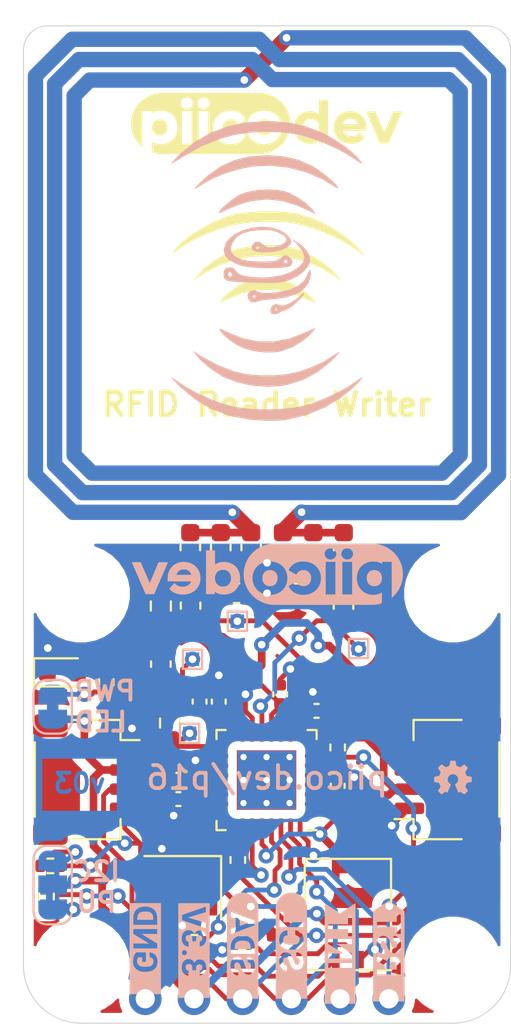
<source format=kicad_pcb>
(kicad_pcb (version 20171130) (host pcbnew "(5.1.12)-1")
  (title_block (date 2021-11-23))
  (layers (0 F.Cu signal) (31 B.Cu signal) (34 B.Paste user) (35 F.Paste user) (36 B.SilkS user) (37 F.SilkS user hide) (38 B.Mask user) (39 F.Mask user) (44 Edge.Cuts user))
  (net 0 "")
  (net 1 +3V3)
  (net 2 GND)
  (net 3 "Net-(D1-Pad2)")
  (net 4 /SCL)
  (net 5 /SDA)
  (net 6 "Net-(JP1-Pad2)")
  (net 7 "Net-(JP2-Pad1)")
  (net 8 "Net-(JP2-Pad3)")
  (net 9 "Net-(C1-Pad1)")
  (net 10 "Net-(C2-Pad2)")
  (net 11 "Net-(C2-Pad1)")
  (net 12 "Net-(C3-Pad2)")
  (net 13 "Net-(C4-Pad1)")
  (net 14 "Net-(C5-Pad1)")
  (net 15 "Net-(C6-Pad1)")
  (net 16 /INT)
  (net 17 "Net-(L1-Pad1)")
  (net 18 "Net-(L2-Pad1)")
  (net 19 "Net-(U1-Pad20)")
  (net 20 "Net-(U1-Pad19)")
  (net 21 "Net-(U1-Pad8)")
  (net 22 "Net-(U1-Pad7)")
  (net 23 /TURN4B)
  (net 24 /TURN1A)
  (net 25 /TURN5B)
  (net 26 /TURN6B)
  (net 27 /TURN5A)
  (net 28 /TURN6A)
  (net 29 /~RST)
  (net 30 "Net-(R11-Pad1)")
  (net 31 "Net-(R6-Pad1)")
  (net 32 "Net-(R7-Pad1)")
  (module CoreElectronics_Components:TestPoint_Pad_0.7x0.7mm (layer B.Cu) (at 95.7326 93.091)
    (fp_text reference TP3 hide)
    (fp_text value TestPoint hide)
    (pad 1 smd rect (at 0 0) (size 0.7 0.7) (layers B.Cu B.Mask) (net 17 "Net-(L1-Pad1)"))
  )
  (module Package_DFN_QFN:VQFN-32-1EP_5x5mm_P0.5mm_EP3.1x3.1mm_ThermalVias (layer F.Cu) (at 97.2566 101.3714 180)
    (fp_text reference U1 hide)
    (fp_text value MFRC522)
    (pad 33 smd rect (at 0 0 180) (size 3.03 3.03) (layers B.Cu))
    (pad 33 thru_hole circle (at 1.2 1.2 180) (size 0.63 0.63) (drill 0.33) (layers *.Cu))
    (pad 33 thru_hole circle (at 0 1.2 180) (size 0.63 0.63) (drill 0.33) (layers *.Cu))
    (pad 33 thru_hole circle (at -1.2 1.2 180) (size 0.63 0.63) (drill 0.33) (layers *.Cu))
    (pad 33 thru_hole circle (at 1.2 0 180) (size 0.63 0.63) (drill 0.33) (layers *.Cu))
    (pad 33 thru_hole circle (at 0 0 180) (size 0.63 0.63) (drill 0.33) (layers *.Cu))
    (pad 33 thru_hole circle (at -1.2 0 180) (size 0.63 0.63) (drill 0.33) (layers *.Cu))
    (pad 33 thru_hole circle (at 1.2 -1.2 180) (size 0.63 0.63) (drill 0.33) (layers *.Cu))
    (pad 33 thru_hole circle (at 0 -1.2 180) (size 0.63 0.63) (drill 0.33) (layers *.Cu))
    (pad 33 thru_hole circle (at -1.2 -1.2 180) (size 0.63 0.63) (drill 0.33) (layers *.Cu))
    (pad 33 smd rect (at 0 0 180) (size 3.1 3.1) (layers F.Cu F.Mask))
    (pad 32 smd roundrect (at -1.75 -2.4375 180) (size 0.25 0.875) (layers F.Cu F.Paste F.Mask) (net 2 GND))
    (pad 31 smd roundrect (at -1.25 -2.4375 180) (size 0.25 0.875) (layers F.Cu F.Paste F.Mask) (net 4 /SCL))
    (pad 30 smd roundrect (at -0.75 -2.4375 180) (size 0.25 0.875) (layers F.Cu F.Paste F.Mask) (net 31 "Net-(R6-Pad1)"))
    (pad 29 smd roundrect (at -0.25 -2.4375 180) (size 0.25 0.875) (layers F.Cu F.Paste F.Mask) (net 32 "Net-(R7-Pad1)"))
    (pad 28 smd roundrect (at 0.25 -2.4375 180) (size 0.25 0.875) (layers F.Cu F.Paste F.Mask) (net 1 +3V3))
    (pad 27 smd roundrect (at 0.75 -2.4375 180) (size 0.25 0.875) (layers F.Cu F.Paste F.Mask) (net 2 GND))
    (pad 26 smd roundrect (at 1.25 -2.4375 180) (size 0.25 0.875) (layers F.Cu F.Paste F.Mask) (net 2 GND))
    (pad 25 smd roundrect (at 1.75 -2.4375 180) (size 0.25 0.875) (layers F.Cu F.Paste F.Mask) (net 2 GND))
    (pad 24 smd roundrect (at 2.4375 -1.75 180) (size 0.875 0.25) (layers F.Cu F.Paste F.Mask) (net 30 "Net-(R11-Pad1)"))
    (pad 23 smd roundrect (at 2.4375 -1.25 180) (size 0.875 0.25) (layers F.Cu F.Paste F.Mask) (net 16 /INT))
    (pad 22 smd roundrect (at 2.4375 -0.75 180) (size 0.875 0.25) (layers F.Cu F.Paste F.Mask) (net 13 "Net-(C4-Pad1)"))
    (pad 21 smd roundrect (at 2.4375 -0.25 180) (size 0.875 0.25) (layers F.Cu F.Paste F.Mask) (net 9 "Net-(C1-Pad1)"))
    (pad 20 smd roundrect (at 2.4375 0.25 180) (size 0.875 0.25) (layers F.Cu F.Paste F.Mask) (net 19 "Net-(U1-Pad20)"))
    (pad 19 smd roundrect (at 2.4375 0.75 180) (size 0.875 0.25) (layers F.Cu F.Paste F.Mask) (net 20 "Net-(U1-Pad19)"))
    (pad 18 smd roundrect (at 2.4375 1.25 180) (size 0.875 0.25) (layers F.Cu F.Paste F.Mask) (net 2 GND))
    (pad 17 smd roundrect (at 2.4375 1.75 180) (size 0.875 0.25) (layers F.Cu F.Paste F.Mask) (net 10 "Net-(C2-Pad2)"))
    (pad 16 smd roundrect (at 1.75 2.4375 180) (size 0.25 0.875) (layers F.Cu F.Paste F.Mask) (net 12 "Net-(C3-Pad2)"))
    (pad 15 smd roundrect (at 1.25 2.4375 180) (size 0.25 0.875) (layers F.Cu F.Paste F.Mask) (net 1 +3V3))
    (pad 14 smd roundrect (at 0.75 2.4375 180) (size 0.25 0.875) (layers F.Cu F.Paste F.Mask) (net 2 GND))
    (pad 13 smd roundrect (at 0.25 2.4375 180) (size 0.25 0.875) (layers F.Cu F.Paste F.Mask) (net 18 "Net-(L2-Pad1)"))
    (pad 12 smd roundrect (at -0.25 2.4375 180) (size 0.25 0.875) (layers F.Cu F.Paste F.Mask) (net 1 +3V3))
    (pad 11 smd roundrect (at -0.75 2.4375 180) (size 0.25 0.875) (layers F.Cu F.Paste F.Mask) (net 17 "Net-(L1-Pad1)"))
    (pad 10 smd roundrect (at -1.25 2.4375 180) (size 0.25 0.875) (layers F.Cu F.Paste F.Mask) (net 2 GND))
    (pad 9 smd roundrect (at -1.75 2.4375 180) (size 0.25 0.875) (layers F.Cu F.Paste F.Mask) (net 1 +3V3))
    (pad 8 smd roundrect (at -2.4375 1.75 180) (size 0.875 0.25) (layers F.Cu F.Paste F.Mask) (net 21 "Net-(U1-Pad8)"))
    (pad 7 smd roundrect (at -2.4375 1.25 180) (size 0.875 0.25) (layers F.Cu F.Paste F.Mask) (net 22 "Net-(U1-Pad7)"))
    (pad 6 smd roundrect (at -2.4375 0.75 180) (size 0.875 0.25) (layers F.Cu F.Paste F.Mask) (net 29 /~RST))
    (pad 5 smd roundrect (at -2.4375 0.25 180) (size 0.875 0.25) (layers F.Cu F.Paste F.Mask) (net 2 GND))
    (pad 4 smd roundrect (at -2.4375 -0.25 180) (size 0.875 0.25) (layers F.Cu F.Paste F.Mask) (net 2 GND))
    (pad 3 smd roundrect (at -2.4375 -0.75 180) (size 0.875 0.25) (layers F.Cu F.Paste F.Mask) (net 1 +3V3))
    (pad 2 smd roundrect (at -2.4375 -1.25 180) (size 0.875 0.25) (layers F.Cu F.Paste F.Mask) (net 1 +3V3))
    (pad 1 smd roundrect (at -2.4375 -1.75 180) (size 0.875 0.25) (layers F.Cu F.Paste F.Mask) (net 1 +3V3))
  )
  (module CoreElectronics_Components:PiicoDev_header_6pin (layer F.Cu) (at 90.932 112.776 90)
    (fp_text reference J3)
    (fp_text value Conn_01x06_Male)
    (pad 5 thru_hole oval (at 0 10.16 90) (size 1.7 1.7) (drill 1) (layers *.Cu *.Mask) (net 16 /INT))
    (pad 1 thru_hole circle (at 0 0 90) (size 1.7 1.7) (drill 1) (layers *.Cu *.Mask) (net 2 GND))
    (pad 2 thru_hole oval (at 0 2.54 90) (size 1.7 1.7) (drill 1) (layers *.Cu *.Mask) (net 1 +3V3))
    (pad 3 thru_hole oval (at 0 5.08 90) (size 1.7 1.7) (drill 1) (layers *.Cu *.Mask) (net 5 /SDA))
    (pad 4 thru_hole oval (at 0 7.62 90) (size 1.7 1.7) (drill 1) (layers *.Cu *.Mask) (net 4 /SCL))
    (pad 6 thru_hole oval (at 0 12.7 90) (size 1.7 1.7) (drill 1) (layers *.Cu *.Mask) (net 29 /~RST))
  )
  (module label (layer B.Cu) (at 103.632 110.2868 90)
    (fp_text reference kibuzzard-61B82849 hide)
    (fp_text value G*** hide)
  )
  (module label (layer B.Cu) (at 101.092 110.4138 90)
    (fp_text reference kibuzzard-61B8283F hide)
    (fp_text value G*** hide)
  )
  (module label (layer B.Cu) (at 98.552 110.0074 90)
    (fp_text reference kibuzzard-61B82831 hide)
    (fp_text value G*** hide)
  )
  (module label (layer B.Cu) (at 96.012 110.0074 90)
    (fp_text reference kibuzzard-61B82827 hide)
    (fp_text value G*** hide)
  )
  (module label (layer B.Cu) (at 93.472 110.2614 90)
    (fp_text reference kibuzzard-61B82819 hide)
    (fp_text value G*** hide)
  )
  (module label (layer B.Cu) (at 90.932 110.1598 90)
    (fp_text reference kibuzzard-61B8280C hide)
    (fp_text value G*** hide)
  )
  (module CoreElectronics_Components:SW_DIP_x02_Slide_CHS-02A1 (layer F.Cu) (at 101.4984 108.3818)
    (fp_text reference SW1 hide)
    (fp_text value SW_DIP_x02)
    (pad 1 smd rect (at -0.635 2.35) (size 0.4 0.9) (layers F.Cu F.Paste F.Mask) (net 32 "Net-(R7-Pad1)"))
    (pad 4 smd rect (at -0.635 -2.35) (size 0.4 0.9) (layers F.Cu F.Paste F.Mask) (net 1 +3V3))
    (pad 3 smd rect (at 0.635 -2.35) (size 0.4 0.9) (layers F.Cu F.Paste F.Mask) (net 1 +3V3))
    (pad 2 smd rect (at 0.63 2.35) (size 0.4 0.9) (layers F.Cu F.Paste F.Mask) (net 31 "Net-(R6-Pad1)"))
  )
  (module Resistor_SMD:R_0402_1005Metric (layer F.Cu) (at 93.4974 109.8296 180)
    (fp_text reference R7 hide)
    (fp_text value 10k)
    (pad 2 smd roundrect (at 0.51 0 180) (size 0.54 0.64) (layers F.Cu F.Paste F.Mask) (net 2 GND))
    (pad 1 smd roundrect (at -0.51 0 180) (size 0.54 0.64) (layers F.Cu F.Paste F.Mask) (net 32 "Net-(R7-Pad1)"))
  )
  (module "PiicoDev RFID MFRC522:Art_1" (layer B.Cu) (at 97.282 74.803 180)
    (fp_text reference G6 hide)
    (fp_text value Label_PCB_Art hide)
  )
  (module "PiicoDev RFID MFRC522:Art_2" (layer F.Cu) (at 97.282 74.2188)
    (fp_text reference G7 hide)
    (fp_text value Label_PCB_Art hide)
  )
  (module Resistor_SMD:R_0402_1005Metric (layer F.Cu) (at 95.9866 109.8296 180)
    (fp_text reference R6 hide)
    (fp_text value 10k hide)
    (pad 2 smd roundrect (at 0.51 0 180) (size 0.54 0.64) (layers F.Cu F.Paste F.Mask) (net 2 GND))
    (pad 1 smd roundrect (at -0.51 0 180) (size 0.54 0.64) (layers F.Cu F.Paste F.Mask) (net 31 "Net-(R6-Pad1)"))
  )
  (module Capacitor_SMD:C_0603_1608Metric (layer F.Cu) (at 98.1075 89.246 90)
    (fp_text reference C16 hide)
    (fp_text value "270p NP0 2%" hide)
    (pad 2 smd roundrect (at 0.775 0 90) (size 0.9 0.95) (layers F.Cu F.Paste F.Mask) (net 26 /TURN6B))
    (pad 1 smd roundrect (at -0.775 0 90) (size 0.9 0.95) (layers F.Cu F.Paste F.Mask) (net 2 GND))
  )
  (module Capacitor_SMD:C_0603_1608Metric (layer F.Cu) (at 96.4565 89.246 270)
    (fp_text reference C15 hide)
    (fp_text value "270p NP0 2%" hide)
    (pad 2 smd roundrect (at 0.775 0 270) (size 0.9 0.95) (layers F.Cu F.Paste F.Mask) (net 2 GND))
    (pad 1 smd roundrect (at -0.775 0 270) (size 0.9 0.95) (layers F.Cu F.Paste F.Mask) (net 24 /TURN1A))
  )
  (module CoreElectronics_Components:TestPoint_Pad_0.7x0.7mm (layer B.Cu) (at 102.0572 94.5134)
    (fp_text reference TP4 hide)
    (fp_text value TestPoint hide)
    (pad 1 smd rect (at 0 0) (size 0.7 0.7) (layers B.Cu B.Mask) (net 18 "Net-(L2-Pad1)"))
  )
  (module CoreElectronics_Components:TestPoint_Pad_0.7x0.7mm (layer B.Cu) (at 93.3958 95.0722)
    (fp_text reference TP2 hide)
    (fp_text value TestPoint hide)
    (pad 1 smd rect (at 0 0) (size 0.7 0.7) (layers B.Cu B.Mask) (net 12 "Net-(C3-Pad2)"))
  )
  (module CoreElectronics_Components:TestPoint_Pad_0.7x0.7mm (layer B.Cu) (at 93.2434 98.933)
    (fp_text reference TP1 hide)
    (fp_text value TestPoint hide)
    (pad 1 smd rect (at 0 0) (size 0.7 0.7) (layers B.Cu B.Mask) (net 10 "Net-(C2-Pad2)"))
  )
  (module Resistor_SMD:R_0402_1005Metric (layer F.Cu) (at 95.758 105.537 270)
    (fp_text reference R11 hide)
    (fp_text value 120R hide)
    (pad 2 smd roundrect (at 0.51 0 270) (size 0.54 0.64) (layers F.Cu F.Paste F.Mask) (net 5 /SDA))
    (pad 1 smd roundrect (at -0.51 0 270) (size 0.54 0.64) (layers F.Cu F.Paste F.Mask) (net 30 "Net-(R11-Pad1)"))
  )
  (module CoreElectronics_Components:PiicoDev_header_1pin (layer F.Cu) (at 103.632 112.776)
    (fp_text reference J4 hide)
    (fp_text value Conn_01x01_Male hide)
    (pad 1 thru_hole circle (at 0 0) (size 1.7 1.7) (drill 1) (layers *.Cu *.Mask) (net 29 /~RST))
  )
  (module "PiicoDev RFID MFRC522:NetTie-2_SMD_Pad0.80mm" (layer B.Cu) (at 94.2436 64.8716)
    (fp_text reference NT11 hide)
    (fp_text value Net-Tie_2)
    (fp_poly (pts (xy -0.6 0.4) (xy 0.6 0.4) (xy 0.6 -0.4) (xy -0.6 -0.4)) (layer B.Cu) (width 0))
    (pad 2 smd circle (at 0.6 0) (size 0.8 0.8) (layers B.Cu) (net 26 /TURN6B))
    (pad 1 smd circle (at -0.6 0) (size 0.8 0.8) (layers B.Cu) (net 28 /TURN6A))
  )
  (module "PiicoDev RFID MFRC522:NetTie-2_SMD_Pad0.80mm" (layer B.Cu) (at 97.2916 85.3694 180)
    (fp_text reference NT10 hide)
    (fp_text value Net-Tie_2)
    (fp_poly (pts (xy -0.6 0.4) (xy 0.6 0.4) (xy 0.6 -0.4) (xy -0.6 -0.4)) (layer B.Cu) (width 0))
    (pad 2 smd circle (at 0.6 0 180) (size 0.8 0.8) (layers B.Cu) (net 28 /TURN6A))
    (pad 1 smd circle (at -0.6 0 180) (size 0.8 0.8) (layers B.Cu) (net 25 /TURN5B))
  )
  (module "PiicoDev RFID MFRC522:NetTie-2_SMD_Pad0.80mm" (layer B.Cu) (at 94.8436 63.8048)
    (fp_text reference NT9 hide)
    (fp_text value Net-Tie_2_Top)
    (fp_poly (pts (xy -0.6 0.4) (xy 0.6 0.4) (xy 0.6 -0.4) (xy -0.6 -0.4)) (layer B.Cu) (width 0))
    (pad 2 smd circle (at 0.6 0) (size 0.8 0.8) (layers B.Cu) (net 25 /TURN5B))
    (pad 1 smd circle (at -0.6 0) (size 0.8 0.8) (layers B.Cu) (net 27 /TURN5A))
  )
  (module "PiicoDev RFID MFRC522:NetTie-2_SMD_Pad0.80mm" (layer B.Cu) (at 95.457 62.746)
    (fp_text reference NT8 hide)
    (fp_text value Net-Tie_2_Top)
    (fp_poly (pts (xy -0.6 0.4) (xy 0.6 0.4) (xy 0.6 -0.4) (xy -0.6 -0.4)) (layer B.Cu) (width 0))
    (pad 2 smd circle (at 0.6 0) (size 0.8 0.8) (layers B.Cu) (net 23 /TURN4B))
    (pad 1 smd circle (at -0.6 0) (size 0.8 0.8) (layers B.Cu) (net 24 /TURN1A))
  )
  (module "PiicoDev RFID MFRC522:NetTie-2_SMD_Pad0.80mm" (layer B.Cu) (at 97.282 86.3854 180)
    (fp_text reference NT4 hide)
    (fp_text value Net-Tie_2)
    (fp_poly (pts (xy -0.6 0.4) (xy 0.6 0.4) (xy 0.6 -0.4) (xy -0.6 -0.4)) (layer B.Cu) (width 0))
    (pad 2 smd circle (at 0.6 0 180) (size 0.8 0.8) (layers B.Cu) (net 27 /TURN5A))
    (pad 1 smd circle (at -0.6 0 180) (size 0.8 0.8) (layers B.Cu) (net 23 /TURN4B))
  )
  (module Inductor_SMD:L_0603_1608Metric (layer F.Cu) (at 101.2698 92.2782 90)
    (fp_text reference L2 hide)
    (fp_text value 1uH hide)
    (pad 2 smd roundrect (at 0.7875 0 90) (size 0.875 0.95) (layers F.Cu F.Paste F.Mask) (net 15 "Net-(C6-Pad1)"))
    (pad 1 smd roundrect (at -0.7875 0 90) (size 0.875 0.95) (layers F.Cu F.Paste F.Mask) (net 18 "Net-(L2-Pad1)"))
  )
  (module Inductor_SMD:L_0603_1608Metric (layer F.Cu) (at 93.2942 92.2783 90)
    (fp_text reference L1 hide)
    (fp_text value 1uH hide)
    (pad 2 smd roundrect (at 0.7875 0 90) (size 0.875 0.95) (layers F.Cu F.Paste F.Mask) (net 14 "Net-(C5-Pad1)"))
    (pad 1 smd roundrect (at -0.7875 0 90) (size 0.875 0.95) (layers F.Cu F.Paste F.Mask) (net 17 "Net-(L1-Pad1)"))
  )
  (module Connector_JST:JST_SH_SM04B-SRSS-TB_1x04-1MP_P1.00mm_Horizontal (layer F.Cu) (at 87.8586 101.346 270)
    (fp_text reference J1 hide)
    (fp_text value " " hide)
    (pad MP smd roundrect (at 2.8 1.875 270) (size 1.2 1.8) (layers F.Cu F.Paste F.Mask) (roundrect_rratio 0.2083325))
    (pad MP smd roundrect (at -2.8 1.875 270) (size 1.2 1.8) (layers F.Cu F.Paste F.Mask) (roundrect_rratio 0.2083325))
    (pad 4 smd roundrect (at 1.5 -2 270) (size 0.6 1.55) (layers F.Cu F.Paste F.Mask) (net 4 /SCL))
    (pad 3 smd roundrect (at 0.5 -2 270) (size 0.6 1.55) (layers F.Cu F.Paste F.Mask) (net 5 /SDA))
    (pad 2 smd roundrect (at -0.5 -2 270) (size 0.6 1.55) (layers F.Cu F.Paste F.Mask) (net 1 +3V3))
    (pad 1 smd roundrect (at -1.5 -2 270) (size 0.6 1.55) (layers F.Cu F.Paste F.Mask) (net 2 GND))
  )
  (module CoreElectronics_Components:Fiducial_1mm_Mask2mm_No_Courtyard (layer F.Cu) (at 89.3064 94.2594)
    (fp_text reference FID2 hide)
    (fp_text value Fiducial hide)
    (pad "" smd circle (at 0 0) (size 1 1) (layers F.Cu F.Mask) (clearance 0.5))
  )
  (module CoreElectronics_Components:Fiducial_1mm_Mask2mm_No_Courtyard (layer F.Cu) (at 108.5088 108.2548)
    (fp_text reference FID1 hide)
    (fp_text value Fiducial hide)
    (pad "" smd circle (at 0 0) (size 1 1) (layers F.Cu F.Mask) (clearance 0.5))
  )
  (module Crystal:Crystal_SMD_TXC_7M-4Pin_3.2x2.5mm (layer F.Cu) (at 92.8878 106.9848 180)
    (fp_text reference Y1 hide)
    (fp_text value "27.12MHz 12pF" hide)
    (pad 4 smd rect (at -1.1 -0.85 180) (size 1.4 1.2) (layers F.Cu F.Paste F.Mask) (net 2 GND))
    (pad 3 smd rect (at 1.1 -0.85 180) (size 1.4 1.2) (layers F.Cu F.Paste F.Mask) (net 9 "Net-(C1-Pad1)"))
    (pad 2 smd rect (at 1.1 0.85 180) (size 1.4 1.2) (layers F.Cu F.Paste F.Mask) (net 2 GND))
    (pad 1 smd rect (at -1.1 0.85 180) (size 1.4 1.2) (layers F.Cu F.Paste F.Mask) (net 13 "Net-(C4-Pad1)"))
  )
  (module Resistor_SMD:R_0402_1005Metric (layer F.Cu) (at 100.9644 99.6696 270)
    (fp_text reference R9 hide)
    (fp_text value 10k hide)
    (pad 2 smd roundrect (at 0.51 0 270) (size 0.54 0.64) (layers F.Cu F.Paste F.Mask) (net 29 /~RST))
    (pad 1 smd roundrect (at -0.51 0 270) (size 0.54 0.64) (layers F.Cu F.Paste F.Mask) (net 1 +3V3))
  )
  (module Capacitor_SMD:C_0402_1005Metric (layer F.Cu) (at 100.965 101.6762 90)
    (fp_text reference C14 hide)
    (fp_text value 100n hide)
    (pad 2 smd roundrect (at 0.48 0 90) (size 0.56 0.62) (layers F.Cu F.Paste F.Mask) (net 2 GND))
    (pad 1 smd roundrect (at -0.48 0 90) (size 0.56 0.62) (layers F.Cu F.Paste F.Mask) (net 1 +3V3))
  )
  (module Resistor_SMD:R_0603_1608Metric (layer F.Cu) (at 91.7448 92.296 90)
    (fp_text reference R5 hide)
    (fp_text value 470R hide)
    (pad 2 smd roundrect (at 0.825 0 90) (size 0.8 0.95) (layers F.Cu F.Paste F.Mask) (net 14 "Net-(C5-Pad1)"))
    (pad 1 smd roundrect (at -0.825 0 90) (size 0.8 0.95) (layers F.Cu F.Paste F.Mask) (net 11 "Net-(C2-Pad1)"))
  )
  (module Resistor_SMD:R_0603_1608Metric (layer F.Cu) (at 92.2274 98.3996 90)
    (fp_text reference R4 hide)
    (fp_text value 820R hide)
    (pad 2 smd roundrect (at 0.825 0 90) (size 0.8 0.95) (layers F.Cu F.Paste F.Mask) (net 12 "Net-(C3-Pad2)"))
    (pad 1 smd roundrect (at -0.825 0 90) (size 0.8 0.95) (layers F.Cu F.Paste F.Mask) (net 10 "Net-(C2-Pad2)"))
  )
  (module Capacitor_SMD:C_0402_1005Metric (layer F.Cu) (at 94.7644 97.282 90)
    (fp_text reference C13 hide)
    (fp_text value 100n hide)
    (pad 2 smd roundrect (at 0.48 0 90) (size 0.56 0.62) (layers F.Cu F.Paste F.Mask) (net 2 GND))
    (pad 1 smd roundrect (at -0.48 0 90) (size 0.56 0.62) (layers F.Cu F.Paste F.Mask) (net 1 +3V3))
  )
  (module Capacitor_SMD:C_0402_1005Metric (layer F.Cu) (at 99.8644 97.7646 180)
    (fp_text reference C12 hide)
    (fp_text value 100n hide)
    (pad 2 smd roundrect (at 0.48 0 180) (size 0.56 0.62) (layers F.Cu F.Paste F.Mask) (net 2 GND))
    (pad 1 smd roundrect (at -0.48 0 180) (size 0.56 0.62) (layers F.Cu F.Paste F.Mask) (net 1 +3V3))
  )
  (module Capacitor_SMD:C_0402_1005Metric (layer F.Cu) (at 97.9644 96.901 90)
    (fp_text reference C11 hide)
    (fp_text value 100n hide)
    (pad 2 smd roundrect (at 0.48 0 90) (size 0.56 0.62) (layers F.Cu F.Paste F.Mask) (net 2 GND))
    (pad 1 smd roundrect (at -0.48 0 90) (size 0.56 0.62) (layers F.Cu F.Paste F.Mask) (net 1 +3V3))
  )
  (module Capacitor_SMD:C_0603_1608Metric (layer F.Cu) (at 99.695 89.246 90)
    (fp_text reference C10 hide)
    (fp_text value "270p NP0 2%" hide)
    (pad 2 smd roundrect (at 0.775 0 90) (size 0.9 0.95) (layers F.Cu F.Paste F.Mask) (net 26 /TURN6B))
    (pad 1 smd roundrect (at -0.775 0 90) (size 0.9 0.95) (layers F.Cu F.Paste F.Mask) (net 2 GND))
  )
  (module Capacitor_SMD:C_0603_1608Metric (layer F.Cu) (at 94.869 89.246 270)
    (fp_text reference C9 hide)
    (fp_text value "270p NP0 2%" hide)
    (pad 2 smd roundrect (at 0.775 0 270) (size 0.9 0.95) (layers F.Cu F.Paste F.Mask) (net 2 GND))
    (pad 1 smd roundrect (at -0.775 0 270) (size 0.9 0.95) (layers F.Cu F.Paste F.Mask) (net 24 /TURN1A))
  )
  (module Capacitor_SMD:C_0603_1608Metric (layer F.Cu) (at 101.2825 89.246 270)
    (fp_text reference C8 hide)
    (fp_text value 56p hide)
    (pad 2 smd roundrect (at 0.775 0 270) (size 0.9 0.95) (layers F.Cu F.Paste F.Mask) (net 15 "Net-(C6-Pad1)"))
    (pad 1 smd roundrect (at -0.775 0 270) (size 0.9 0.95) (layers F.Cu F.Paste F.Mask) (net 26 /TURN6B))
  )
  (module Capacitor_SMD:C_0603_1608Metric (layer F.Cu) (at 93.2815 89.246 270)
    (fp_text reference C7 hide)
    (fp_text value 56p hide)
    (pad 2 smd roundrect (at 0.775 0 270) (size 0.9 0.95) (layers F.Cu F.Paste F.Mask) (net 14 "Net-(C5-Pad1)"))
    (pad 1 smd roundrect (at -0.775 0 270) (size 0.9 0.95) (layers F.Cu F.Paste F.Mask) (net 24 /TURN1A))
  )
  (module Capacitor_SMD:C_0603_1608Metric (layer F.Cu) (at 98.8695 91.6305 180)
    (fp_text reference C6 hide)
    (fp_text value "62p NP0 2%" hide)
    (pad 2 smd roundrect (at 0.775 0 180) (size 0.9 0.95) (layers F.Cu F.Paste F.Mask) (net 2 GND))
    (pad 1 smd roundrect (at -0.775 0 180) (size 0.9 0.95) (layers F.Cu F.Paste F.Mask) (net 15 "Net-(C6-Pad1)"))
  )
  (module Capacitor_SMD:C_0603_1608Metric (layer F.Cu) (at 95.6945 91.6305)
    (fp_text reference C5 hide)
    (fp_text value "62p NP0 2%" hide)
    (pad 2 smd roundrect (at 0.775 0) (size 0.9 0.95) (layers F.Cu F.Paste F.Mask) (net 2 GND))
    (pad 1 smd roundrect (at -0.775 0) (size 0.9 0.95) (layers F.Cu F.Paste F.Mask) (net 14 "Net-(C5-Pad1)"))
  )
  (module Capacitor_SMD:C_0402_1005Metric (layer F.Cu) (at 92.6592 102.362 180)
    (fp_text reference C4 hide)
    (fp_text value "22p NP0" hide)
    (pad 2 smd roundrect (at 0.48 0 180) (size 0.56 0.62) (layers F.Cu F.Paste F.Mask) (net 2 GND))
    (pad 1 smd roundrect (at -0.48 0 180) (size 0.56 0.62) (layers F.Cu F.Paste F.Mask) (net 13 "Net-(C4-Pad1)"))
  )
  (module Capacitor_SMD:C_0402_1005Metric (layer F.Cu) (at 93.7644 97.282 270)
    (fp_text reference C3 hide)
    (fp_text value "100n X7R 10%" hide)
    (pad 2 smd roundrect (at 0.48 0 270) (size 0.56 0.62) (layers F.Cu F.Paste F.Mask) (net 12 "Net-(C3-Pad2)"))
    (pad 1 smd roundrect (at -0.48 0 270) (size 0.56 0.62) (layers F.Cu F.Paste F.Mask) (net 2 GND))
  )
  (module Capacitor_SMD:C_0603_1608Metric (layer F.Cu) (at 91.7448 95.3262 270)
    (fp_text reference C2 hide)
    (fp_text value "1n NP0 10%" hide)
    (pad 2 smd roundrect (at 0.775 0 270) (size 0.9 0.95) (layers F.Cu F.Paste F.Mask) (net 10 "Net-(C2-Pad2)"))
    (pad 1 smd roundrect (at -0.775 0 270) (size 0.9 0.95) (layers F.Cu F.Paste F.Mask) (net 11 "Net-(C2-Pad1)"))
  )
  (module Capacitor_SMD:C_0402_1005Metric (layer F.Cu) (at 92.6592 101.3587 180)
    (fp_text reference C1 hide)
    (fp_text value "22p NP0" hide)
    (pad 2 smd roundrect (at 0.48 0 180) (size 0.56 0.62) (layers F.Cu F.Paste F.Mask) (net 2 GND))
    (pad 1 smd roundrect (at -0.48 0 180) (size 0.56 0.62) (layers F.Cu F.Paste F.Mask) (net 9 "Net-(C1-Pad1)"))
  )
  (module CoreElectronics_Components:MountingHole_2.7mm_M2.5_PadClearance_1.2 (layer F.Cu) (at 106.982 111.046)
    (fp_text reference H4 hide)
    (fp_text value MountingHole hide)
    (pad 1 np_thru_hole circle (at 0 0) (size 2.7 2.7) (drill 2.7) (layers *.Cu *.Mask))
  )
  (module CoreElectronics_Components:MountingHole_2.7mm_M2.5_PadClearance_1.2 (layer F.Cu) (at 87.582 111.046)
    (fp_text reference H3 hide)
    (fp_text value MountingHole hide)
    (pad 1 np_thru_hole circle (at 0 0) (size 2.7 2.7) (drill 2.7) (layers *.Cu *.Mask))
  )
  (module CoreElectronics_Components:SolderJumper-3_P1.3mm_Closed_RoundedPad1.0x1.5mm_NumberLabels (layer B.Cu) (at 86.106 106.846 90)
    (fp_text reference JP2 hide)
    (fp_text value "I2C PU")
    (fp_poly (pts (xy 0.8 -0.3) (xy -0.8 -0.3) (xy -0.8 0.3) (xy 0.8 0.3)) (layer B.Cu) (width 0.1))
    (pad 2 smd rect (at 0 0 90) (size 1 1.5) (layers B.Cu B.Mask) (net 1 +3V3))
    (pad 3 smd custom (at 1.3 0 90) (size 1 0.5) (layers B.Cu B.Mask) (net 8 "Net-(JP2-Pad3)") (options (clearance outline) (anchor rect)) (primitives (gr_circle (center 0 -0.25) (end 0.5 -0.25) (width 0)) (gr_circle (center 0 0.25) (end 0.5 0.25) (width 0)) (gr_poly (pts (xy -0.55 0.75) (xy 0 0.75) (xy 0 -0.75) (xy -0.55 -0.75)) (width 0))))
    (pad 1 smd custom (at -1.3 0 90) (size 1 0.5) (layers B.Cu B.Mask) (net 7 "Net-(JP2-Pad1)") (options (clearance outline) (anchor rect)) (primitives (gr_circle (center 0 -0.25) (end 0.5 -0.25) (width 0)) (gr_circle (center 0 0.25) (end 0.5 0.25) (width 0)) (gr_poly (pts (xy 0.55 0.75) (xy 0 0.75) (xy 0 -0.75) (xy 0.55 -0.75)) (width 0))))
  )
  (module CoreElectronics_Components:SolderJumper-2_P1.3mm_Bridged_RoundedPad1.0x1.5mm (layer B.Cu) (at 86.106 97.551 90)
    (fp_text reference JP1 hide)
    (fp_text value LED)
    (fp_poly (pts (xy 0.25 0.3) (xy -0.25 0.3) (xy -0.25 -0.3) (xy 0.25 -0.3)) (layer B.Cu) (width 0))
    (pad 1 smd custom (at -0.65 0 90) (size 1 0.5) (layers B.Cu B.Mask) (net 1 +3V3) (options (clearance outline) (anchor rect)) (primitives (gr_circle (center 0 -0.25) (end 0.5 -0.25) (width 0)) (gr_circle (center 0 0.25) (end 0.5 0.25) (width 0)) (gr_poly (pts (xy 0 0.75) (xy 0.5 0.75) (xy 0.5 -0.75) (xy 0 -0.75)) (width 0))))
    (pad 2 smd custom (at 0.65 0 90) (size 1 0.5) (layers B.Cu B.Mask) (net 6 "Net-(JP1-Pad2)") (options (clearance outline) (anchor rect)) (primitives (gr_circle (center 0 -0.25) (end 0.5 -0.25) (width 0)) (gr_circle (center 0 0.25) (end 0.5 0.25) (width 0)) (gr_poly (pts (xy 0 0.75) (xy -0.5 0.75) (xy -0.5 -0.75) (xy 0 -0.75)) (width 0))))
  )
  (module CoreElectronics_Components:MountingHole_2.7mm_M2.5_PadClearance_1.2 (layer F.Cu) (at 87.582 91.646)
    (fp_text reference H1 hide)
    (fp_text value MountingHole hide)
    (pad 1 np_thru_hole circle (at 0 0) (size 2.7 2.7) (drill 2.7) (layers *.Cu *.Mask))
  )
  (module CoreElectronics_Artwork:oshw (layer B.Cu) (at 106.982 101.246 180)
    (fp_text reference LOGO1 hide)
    (fp_text value Logo_Open_Hardware_Small hide)
  )
  (module CoreElectronics_Artwork:piicodev_logo_14.2x3.4mm (layer B.Cu) (at 97.282 90.746 180)
    (fp_text reference G3 hide)
    (fp_text value LOGO_made-with-love hide)
  )
  (module CoreElectronics_Artwork:piicodev_logo_14.2x3.4mm (layer F.Cu) (at 97.282 67.246)
    (fp_text reference G1 hide)
    (fp_text value LOGO_PiicoDev hide)
  )
  (module Resistor_SMD:R_0402_1005Metric (layer F.Cu) (at 85.982 105.846)
    (fp_text reference R2 hide)
    (fp_text value 10k hide)
    (pad 2 smd roundrect (at 0.51 0) (size 0.54 0.64) (layers F.Cu F.Paste F.Mask) (net 4 /SCL))
    (pad 1 smd roundrect (at -0.51 0) (size 0.54 0.64) (layers F.Cu F.Paste F.Mask) (net 8 "Net-(JP2-Pad3)"))
  )
  (module CoreElectronics_Components:MountingHole_2.7mm_M2.5_PadClearance_1.2 (layer F.Cu) (at 106.982 91.646)
    (fp_text reference H2 hide)
    (fp_text value MountingHole hide)
    (pad 1 np_thru_hole circle (at 0 0) (size 2.7 2.7) (drill 2.7) (layers *.Cu *.Mask))
  )
  (module LED_SMD:LED_0603_1608Metric (layer F.Cu) (at 86.614 95.758)
    (fp_text reference D1 hide)
    (fp_text value LED hide)
    (pad 2 smd roundrect (at 0.7875 0) (size 0.875 0.95) (layers F.Cu F.Paste F.Mask) (net 3 "Net-(D1-Pad2)"))
    (pad 1 smd roundrect (at -0.7875 0) (size 0.875 0.95) (layers F.Cu F.Paste F.Mask) (net 2 GND))
  )
  (module Resistor_SMD:R_0402_1005Metric (layer F.Cu) (at 88.9 96.266 90)
    (fp_text reference R1 hide)
    (fp_text value 10k hide)
    (pad 2 smd roundrect (at 0.51 0 90) (size 0.54 0.64) (layers F.Cu F.Paste F.Mask) (net 3 "Net-(D1-Pad2)"))
    (pad 1 smd roundrect (at -0.51 0 90) (size 0.54 0.64) (layers F.Cu F.Paste F.Mask) (net 6 "Net-(JP1-Pad2)"))
  )
  (module Resistor_SMD:R_0402_1005Metric (layer F.Cu) (at 85.782 107.446 90)
    (fp_text reference R3 hide)
    (fp_text value 10k hide)
    (pad 2 smd roundrect (at 0.51 0 90) (size 0.54 0.64) (layers F.Cu F.Paste F.Mask) (net 5 /SDA))
    (pad 1 smd roundrect (at -0.51 0 90) (size 0.54 0.64) (layers F.Cu F.Paste F.Mask) (net 7 "Net-(JP2-Pad1)"))
  )
  (module Connector_JST:JST_SH_SM04B-SRSS-TB_1x04-1MP_P1.00mm_Horizontal (layer F.Cu) (at 106.7054 101.346 90)
    (fp_text reference J2 hide)
    (fp_text value " " hide)
    (pad MP smd roundrect (at 2.8 1.875 90) (size 1.2 1.8) (layers F.Cu F.Paste F.Mask) (roundrect_rratio 0.2083325))
    (pad MP smd roundrect (at -2.8 1.875 90) (size 1.2 1.8) (layers F.Cu F.Paste F.Mask) (roundrect_rratio 0.2083325))
    (pad 4 smd roundrect (at 1.5 -2 90) (size 0.6 1.55) (layers F.Cu F.Paste F.Mask) (net 4 /SCL))
    (pad 3 smd roundrect (at 0.5 -2 90) (size 0.6 1.55) (layers F.Cu F.Paste F.Mask) (net 5 /SDA))
    (pad 2 smd roundrect (at -0.5 -2 90) (size 0.6 1.55) (layers F.Cu F.Paste F.Mask) (net 1 +3V3))
    (pad 1 smd roundrect (at -1.5 -2 90) (size 0.6 1.55) (layers F.Cu F.Paste F.Mask) (net 2 GND))
  )
  (gr_text "RFID Reader Writer" (at 97.27184 81.788) (layer F.SilkS) (effects (font (size 1.2 1.2) (thickness 0.25))))
  (gr_text piico.dev/p16 (at 97.282 101.246) (layer B.SilkS) (effects (font (size 1.2 1.2) (thickness 0.2)) (justify mirror)))
  (gr_arc (start 106.982 111.046) (end 106.982 114.046) (angle -90) (layer Edge.Cuts) (width 0.05))
  (gr_arc (start 87.582 111.046) (end 84.582 111.046) (angle -90) (layer Edge.Cuts) (width 0.05))
  (gr_arc (start 108.712 63.316) (end 109.982 63.316) (angle -90) (layer Edge.Cuts) (width 0.05))
  (gr_arc (start 85.852 63.316) (end 85.852 62.046) (angle -90) (layer Edge.Cuts) (width 0.05))
  (gr_line (start 106.982 114.046) (end 87.582 114.046) (layer Edge.Cuts) (width 0.05))
  (gr_line (start 109.982 63.316) (end 109.982 111.046) (layer Edge.Cuts) (width 0.05))
  (gr_line (start 85.852 62.046) (end 108.712 62.046) (layer Edge.Cuts) (width 0.05))
  (gr_line (start 84.582 111.046) (end 84.582 63.316) (layer Edge.Cuts) (width 0.05))
  (gr_text "PWR\nLED" (at 87.122 97.536) (layer B.SilkS) (effects (font (size 1 1) (thickness 0.2)) (justify right mirror)))
  (gr_text "I2C\nPU" (at 88.382 106.946) (layer B.SilkS) (effects (font (size 1 1) (thickness 0.2)) (justify mirror)))
  (gr_text v03 (at 87.503 101.5365) (layer B.Cu) (effects (font (size 1 1) (thickness 0.2)) (justify mirror)))
  (segment (start 86.106 98.201) (end 87.152 98.201) (width 0.4) (layer B.Cu) (net 1))
  (segment (start 88.654 100.846) (end 89.8586 100.846) (width 0.4) (layer F.Cu) (net 1))
  (segment (start 87.757 99.949) (end 88.654 100.846) (width 0.4) (layer F.Cu) (net 1))
  (via (at 87.757 98.298) (size 0.8) (drill 0.4) (layers F.Cu B.Cu) (net 1))
  (segment (start 87.66 98.201) (end 87.757 98.298) (width 0.4) (layer B.Cu) (net 1))
  (segment (start 87.152 98.201) (end 87.66 98.201) (width 0.4) (layer B.Cu) (net 1))
  (segment (start 87.757 98.298) (end 87.757 99.949) (width 0.4) (layer F.Cu) (net 1))
  (segment (start 86.082 98.225) (end 86.106 98.201) (width 0.4) (layer B.Cu) (net 1))
  (segment (start 104.7054 101.846) (end 104.182 101.846) (width 0.25) (layer F.Cu) (net 1))
  (segment (start 101.3644 98.0348) (end 101.4644 97.9348) (width 0.25) (layer F.Cu) (net 1))
  (segment (start 100.8844 102.3848) (end 100.8844 102.8548) (width 0.25) (layer F.Cu) (net 1))
  (segment (start 100.8724 102.1214) (end 100.8844 102.1334) (width 0.25) (layer F.Cu) (net 1))
  (segment (start 99.6941 102.1214) (end 100.8724 102.1214) (width 0.25) (layer F.Cu) (net 1))
  (segment (start 100.3964 102.6214) (end 100.8844 102.1334) (width 0.25) (layer F.Cu) (net 1))
  (segment (start 99.6941 102.6214) (end 100.3964 102.6214) (width 0.25) (layer F.Cu) (net 1))
  (segment (start 100.852 103.1214) (end 100.8844 103.1538) (width 0.25) (layer F.Cu) (net 1))
  (segment (start 99.6941 103.1214) (end 100.852 103.1214) (width 0.25) (layer F.Cu) (net 1))
  (segment (start 100.8844 102.8548) (end 100.8844 103.1538) (width 0.25) (layer F.Cu) (net 1))
  (segment (start 104.258632 101.846) (end 104.7054 101.846) (width 0.25) (layer F.Cu) (net 1))
  (segment (start 100.9644 99.1596) (end 101.165832 99.1596) (width 0.25) (layer F.Cu) (net 1))
  (segment (start 96.0066 98.26861) (end 95.416091 97.678101) (width 0.25) (layer F.Cu) (net 1))
  (segment (start 96.0066 98.9339) (end 96.0066 98.26861) (width 0.25) (layer F.Cu) (net 1))
  (segment (start 95.332192 97.762) (end 95.416091 97.678101) (width 0.25) (layer F.Cu) (net 1))
  (segment (start 94.7644 97.762) (end 95.332192 97.762) (width 0.25) (layer F.Cu) (net 1))
  (segment (start 100.3444 98.0746) (end 100.3444 97.7646) (width 0.25) (layer F.Cu) (net 1))
  (segment (start 99.4851 98.9339) (end 100.3444 98.0746) (width 0.25) (layer F.Cu) (net 1))
  (segment (start 99.0066 98.9339) (end 99.4851 98.9339) (width 0.25) (layer F.Cu) (net 1))
  (segment (start 100.5146 97.9348) (end 100.3444 97.7646) (width 0.25) (layer F.Cu) (net 1))
  (segment (start 101.4644 97.9348) (end 100.5146 97.9348) (width 0.25) (layer F.Cu) (net 1))
  (segment (start 86.106 106.846) (end 87.052073 106.846) (width 0.4) (layer B.Cu) (net 1))
  (segment (start 88.813164 106.614836) (end 87.283237 106.614836) (width 0.4) (layer F.Cu) (net 1))
  (segment (start 88.88358 106.54442) (end 88.813164 106.614836) (width 0.4) (layer F.Cu) (net 1))
  (segment (start 87.052073 106.846) (end 87.279876 106.618197) (width 0.4) (layer B.Cu) (net 1))
  (segment (start 88.654 100.846) (end 88.23358 101.26642) (width 0.4) (layer F.Cu) (net 1))
  (segment (start 88.23358 101.26642) (end 88.23358 104.803856) (width 0.4) (layer F.Cu) (net 1))
  (segment (start 88.684349 106.743651) (end 88.684349 107.988349) (width 0.4) (layer F.Cu) (net 1))
  (segment (start 88.23358 104.803856) (end 88.88358 105.453856) (width 0.4) (layer F.Cu) (net 1))
  (segment (start 87.283237 106.614836) (end 87.279876 106.618197) (width 0.4) (layer F.Cu) (net 1))
  (segment (start 88.88358 105.453856) (end 88.88358 106.54442) (width 0.4) (layer F.Cu) (net 1))
  (via (at 87.279876 106.618197) (size 0.8) (drill 0.4) (layers F.Cu B.Cu) (net 1))
  (segment (start 88.88358 106.54442) (end 88.684349 106.743651) (width 0.4) (layer F.Cu) (net 1))
  (segment (start 88.684349 107.988349) (end 93.472 112.776) (width 0.4) (layer F.Cu) (net 1))
  (segment (start 97.9644 97.5148) (end 97.9644 97.3929) (width 0.25) (layer F.Cu) (net 1))
  (segment (start 95.416091 96.410524) (end 95.916215 95.9104) (width 0.25) (layer F.Cu) (net 1))
  (segment (start 97.9644 97.3929) (end 96.4819 95.9104) (width 0.25) (layer F.Cu) (net 1))
  (segment (start 95.916215 95.9104) (end 96.4819 95.9104) (width 0.25) (layer F.Cu) (net 1))
  (segment (start 95.416091 97.678101) (end 95.416091 96.410524) (width 0.25) (layer F.Cu) (net 1))
  (segment (start 97.5144 99.1973) (end 97.5144 97.9648) (width 0.25) (layer F.Cu) (net 1))
  (segment (start 97.5144 97.9648) (end 97.9644 97.5148) (width 0.25) (layer F.Cu) (net 1))
  (segment (start 100.434159 103.789067) (end 100.03416 104.189066) (width 0.25) (layer F.Cu) (net 1))
  (segment (start 100.434159 104.589065) (end 100.03416 104.189066) (width 0.25) (layer F.Cu) (net 1))
  (segment (start 100.8844 103.1538) (end 100.8844 103.338826) (width 0.25) (layer F.Cu) (net 1))
  (via (at 100.03416 104.189066) (size 0.8) (drill 0.4) (layers F.Cu B.Cu) (net 1))
  (segment (start 100.8844 103.338826) (end 100.434159 103.789067) (width 0.25) (layer F.Cu) (net 1))
  (segment (start 102.1334 106.0318) (end 100.8634 106.0318) (width 0.4) (layer F.Cu) (net 1))
  (segment (start 100.8634 105.018306) (end 100.03416 104.189066) (width 0.4) (layer F.Cu) (net 1))
  (segment (start 100.8634 106.0318) (end 100.8634 105.018306) (width 0.4) (layer F.Cu) (net 1))
  (via (at 97.232525 105.325138) (size 0.8) (drill 0.4) (layers F.Cu B.Cu) (net 1))
  (segment (start 97.232525 104.936233) (end 97.232525 105.325138) (width 0.25) (layer F.Cu) (net 1))
  (segment (start 98.368597 104.189066) (end 97.232525 105.325138) (width 0.25) (layer B.Cu) (net 1))
  (segment (start 97.0144 104.0723) (end 97.0144 104.718108) (width 0.25) (layer F.Cu) (net 1))
  (segment (start 97.0144 104.718108) (end 97.232525 104.936233) (width 0.25) (layer F.Cu) (net 1))
  (segment (start 100.03416 104.189066) (end 98.368597 104.189066) (width 0.25) (layer B.Cu) (net 1))
  (segment (start 101.864399 95.701997) (end 100.523402 94.361) (width 0.4) (layer F.Cu) (net 1))
  (segment (start 101.864399 97.534801) (end 101.864399 95.701997) (width 0.4) (layer F.Cu) (net 1))
  (via (at 99.949 94.361) (size 0.8) (drill 0.4) (layers F.Cu B.Cu) (net 1))
  (segment (start 100.523402 94.361) (end 99.949 94.361) (width 0.4) (layer F.Cu) (net 1))
  (segment (start 101.4644 97.9348) (end 101.864399 97.534801) (width 0.4) (layer F.Cu) (net 1))
  (via (at 97.0026 94.3102) (size 0.8) (drill 0.4) (layers F.Cu B.Cu) (net 1))
  (segment (start 98.135778 93.177022) (end 97.0026 94.3102) (width 0.4) (layer B.Cu) (net 1))
  (segment (start 99.345378 93.177022) (end 98.135778 93.177022) (width 0.4) (layer B.Cu) (net 1))
  (segment (start 99.949 93.780644) (end 99.345378 93.177022) (width 0.4) (layer B.Cu) (net 1))
  (segment (start 99.949 94.361) (end 99.949 93.780644) (width 0.4) (layer B.Cu) (net 1))
  (segment (start 97.0026 95.3897) (end 96.4819 95.9104) (width 0.4) (layer F.Cu) (net 1))
  (segment (start 97.0026 94.3102) (end 97.0026 95.3897) (width 0.4) (layer F.Cu) (net 1))
  (segment (start 100.9644 98.4348) (end 101.4644 97.9348) (width 0.4) (layer F.Cu) (net 1))
  (segment (start 100.9644 99.1596) (end 100.9644 98.4348) (width 0.4) (layer F.Cu) (net 1))
  (segment (start 93.472 112.776) (end 95.313599 110.934401) (width 0.4) (layer B.Cu) (net 1))
  (segment (start 96.718529 110.934401) (end 99.316158 108.336772) (width 0.4) (layer B.Cu) (net 1))
  (segment (start 99.316158 108.336772) (end 99.881843 108.336772) (width 0.4) (layer B.Cu) (net 1))
  (segment (start 95.313599 110.934401) (end 96.718529 110.934401) (width 0.4) (layer B.Cu) (net 1))
  (via (at 99.881843 108.336772) (size 0.8) (drill 0.4) (layers F.Cu B.Cu) (net 1))
  (segment (start 105.8465 101.846) (end 106.299 102.2985) (width 0.4) (layer F.Cu) (net 1))
  (segment (start 104.7054 101.846) (end 105.8465 101.846) (width 0.4) (layer F.Cu) (net 1))
  (segment (start 104.041401 108.750001) (end 100.295072 108.750001) (width 0.4) (layer F.Cu) (net 1))
  (segment (start 106.299 102.2985) (end 106.299 106.492402) (width 0.4) (layer F.Cu) (net 1))
  (segment (start 100.295072 108.750001) (end 99.881843 108.336772) (width 0.4) (layer F.Cu) (net 1))
  (segment (start 106.299 106.492402) (end 104.041401 108.750001) (width 0.4) (layer F.Cu) (net 1))
  (segment (start 103.9304 101.846) (end 104.7054 101.846) (width 0.4) (layer F.Cu) (net 1))
  (segment (start 100.9644 99.1596) (end 102.451804 99.1596) (width 0.4) (layer F.Cu) (net 1))
  (segment (start 102.451804 99.1596) (end 103.365202 100.072998) (width 0.4) (layer F.Cu) (net 1))
  (segment (start 103.365202 100.072998) (end 103.365202 101.280802) (width 0.4) (layer F.Cu) (net 1))
  (segment (start 103.365202 101.280802) (end 103.9304 101.846) (width 0.4) (layer F.Cu) (net 1))
  (segment (start 103.6202 102.1562) (end 103.7772 101.9992) (width 0.4) (layer F.Cu) (net 1))
  (segment (start 100.965 102.1562) (end 103.6202 102.1562) (width 0.4) (layer F.Cu) (net 1))
  (segment (start 103.7772 101.9992) (end 103.9304 101.846) (width 0.4) (layer F.Cu) (net 1))
  (via (at 85.852 94.488) (size 0.8) (drill 0.4) (layers F.Cu B.Cu) (net 2))
  (segment (start 85.8265 94.5135) (end 85.852 94.488) (width 0.25) (layer F.Cu) (net 2))
  (segment (start 85.8265 95.758) (end 85.8265 94.5135) (width 0.25) (layer F.Cu) (net 2))
  (via (at 97.282 90.043) (size 0.8) (drill 0.4) (layers F.Cu B.Cu) (net 2))
  (via (at 103.782 103.746001) (size 0.8) (drill 0.4) (layers F.Cu B.Cu) (net 2))
  (segment (start 104.7054 102.846) (end 103.805399 103.746001) (width 0.25) (layer F.Cu) (net 2))
  (segment (start 103.805399 103.746001) (end 103.782 103.746001) (width 0.25) (layer F.Cu) (net 2))
  (via (at 101.8286 101.219) (size 0.8) (drill 0.4) (layers F.Cu B.Cu) (net 2))
  (segment (start 89.8586 99.846) (end 89.8586 99.061209) (width 0.25) (layer F.Cu) (net 2))
  (segment (start 89.8586 99.061209) (end 90.240809 98.679) (width 0.25) (layer F.Cu) (net 2))
  (via (at 90.240809 98.679) (size 0.8) (drill 0.4) (layers F.Cu B.Cu) (net 2))
  (via (at 97.282 91.6305) (size 0.8) (drill 0.4) (layers F.Cu B.Cu) (net 2))
  (segment (start 94.869 90.021) (end 96.4565 90.021) (width 0.4) (layer F.Cu) (net 2))
  (segment (start 99.695 90.021) (end 98.1075 90.021) (width 0.4) (layer F.Cu) (net 2))
  (segment (start 97.26 90.021) (end 97.282 90.043) (width 0.4) (layer F.Cu) (net 2))
  (segment (start 96.4565 90.021) (end 97.26 90.021) (width 0.4) (layer F.Cu) (net 2))
  (segment (start 97.304 90.021) (end 97.282 90.043) (width 0.4) (layer F.Cu) (net 2))
  (segment (start 98.1075 90.021) (end 97.304 90.021) (width 0.4) (layer F.Cu) (net 2))
  (segment (start 98.0945 91.6305) (end 97.282 91.6305) (width 0.4) (layer F.Cu) (net 2))
  (segment (start 96.4695 91.6305) (end 97.282 91.6305) (width 0.4) (layer F.Cu) (net 2))
  (segment (start 100.679532 101.1214) (end 100.8972 101.339068) (width 0.25) (layer F.Cu) (net 2))
  (segment (start 99.6941 101.1214) (end 100.679532 101.1214) (width 0.25) (layer F.Cu) (net 2))
  (segment (start 99.6941 101.6214) (end 100.326 101.6214) (width 0.25) (layer F.Cu) (net 2))
  (segment (start 100.326 101.6214) (end 100.608332 101.339068) (width 0.25) (layer F.Cu) (net 2))
  (segment (start 100.8972 101.339068) (end 101.168999 101.339068) (width 0.25) (layer F.Cu) (net 2))
  (segment (start 93.7644 96.802) (end 94.7644 96.802) (width 0.25) (layer F.Cu) (net 2))
  (via (at 96.156497 96.898625) (size 0.8) (drill 0.4) (layers F.Cu B.Cu) (net 2))
  (segment (start 94.7644 95.9134) (end 94.7674 95.9104) (width 0.25) (layer F.Cu) (net 2))
  (via (at 94.7674 95.9104) (size 0.8) (drill 0.4) (layers F.Cu B.Cu) (net 2))
  (segment (start 96.5144 98.14) (end 96.156497 97.782097) (width 0.25) (layer F.Cu) (net 2))
  (segment (start 96.5144 99.1973) (end 96.5144 98.14) (width 0.25) (layer F.Cu) (net 2))
  (segment (start 94.7644 96.802) (end 94.7644 95.9134) (width 0.25) (layer F.Cu) (net 2))
  (segment (start 96.156497 97.782097) (end 96.156497 96.898625) (width 0.25) (layer F.Cu) (net 2))
  (segment (start 96.5066 103.8089) (end 96.0066 103.8089) (width 0.25) (layer F.Cu) (net 2))
  (segment (start 96.0066 103.8089) (end 95.5066 103.8089) (width 0.25) (layer F.Cu) (net 2))
  (via (at 99.6696 96.774) (size 0.8) (drill 0.4) (layers F.Cu B.Cu) (net 2))
  (segment (start 99.6696 97.06959) (end 99.6696 96.774) (width 0.25) (layer F.Cu) (net 2))
  (segment (start 99.3844 97.8212) (end 99.3844 97.7646) (width 0.25) (layer F.Cu) (net 2))
  (segment (start 99.03421 98.17139) (end 99.3844 97.8212) (width 0.25) (layer F.Cu) (net 2))
  (segment (start 98.783588 98.17139) (end 99.03421 98.17139) (width 0.25) (layer F.Cu) (net 2))
  (segment (start 98.5066 98.448378) (end 98.783588 98.17139) (width 0.25) (layer F.Cu) (net 2))
  (segment (start 98.5066 98.9339) (end 98.5066 98.448378) (width 0.25) (layer F.Cu) (net 2))
  (segment (start 99.3844 97.0592) (end 99.6696 96.774) (width 0.25) (layer F.Cu) (net 2))
  (segment (start 99.3844 97.7646) (end 99.3844 97.0592) (width 0.25) (layer F.Cu) (net 2))
  (segment (start 92.1792 102.362) (end 92.1792 101.3587) (width 0.25) (layer F.Cu) (net 2))
  (via (at 98.5012 95.5802) (size 0.8) (drill 0.4) (layers F.Cu B.Cu) (net 2))
  (segment (start 97.9644 96.117) (end 98.5012 95.5802) (width 0.25) (layer F.Cu) (net 2))
  (segment (start 97.9644 96.421) (end 97.9644 96.117) (width 0.25) (layer F.Cu) (net 2))
  (via (at 91.7956 104.9528) (size 0.8) (drill 0.4) (layers F.Cu B.Cu) (net 2))
  (segment (start 91.7878 104.9606) (end 91.7956 104.9528) (width 0.25) (layer F.Cu) (net 2))
  (segment (start 91.7878 106.1348) (end 91.7878 104.9606) (width 0.25) (layer F.Cu) (net 2))
  (via (at 92.8624 108.966) (size 0.8) (drill 0.4) (layers F.Cu B.Cu) (net 2))
  (segment (start 93.9878 107.8406) (end 92.8624 108.966) (width 0.25) (layer F.Cu) (net 2))
  (segment (start 93.9878 107.8348) (end 93.9878 107.8406) (width 0.25) (layer F.Cu) (net 2))
  (segment (start 92.9874 109.091) (end 92.8624 108.966) (width 0.25) (layer F.Cu) (net 2))
  (segment (start 92.9874 109.8296) (end 92.9874 109.091) (width 0.25) (layer F.Cu) (net 2))
  (via (at 92.4142 103.2256) (size 0.8) (drill 0.4) (layers F.Cu B.Cu) (net 2))
  (segment (start 92.1792 102.9906) (end 92.4142 103.2256) (width 0.25) (layer F.Cu) (net 2))
  (segment (start 92.1792 102.362) (end 92.1792 102.9906) (width 0.25) (layer F.Cu) (net 2))
  (via (at 93.5482 100.3464) (size 0.8) (drill 0.4) (layers F.Cu B.Cu) (net 2))
  (segment (start 93.7732 100.1214) (end 93.5482 100.3464) (width 0.25) (layer F.Cu) (net 2))
  (segment (start 94.8191 100.1214) (end 93.7732 100.1214) (width 0.25) (layer F.Cu) (net 2))
  (segment (start 90.9066 112.7506) (end 90.932 112.776) (width 0.25) (layer B.Cu) (net 2))
  (via (at 94.945225 110.224259) (size 0.8) (drill 0.4) (layers F.Cu B.Cu) (net 2))
  (segment (start 95.339884 109.8296) (end 94.945225 110.224259) (width 0.25) (layer F.Cu) (net 2))
  (segment (start 95.4766 109.8296) (end 95.339884 109.8296) (width 0.25) (layer F.Cu) (net 2))
  (segment (start 99.426566 105.027204) (end 99.701565 105.302203) (width 0.25) (layer F.Cu) (net 2))
  (segment (start 96.5066 105.858961) (end 96.972039 106.3244) (width 0.25) (layer F.Cu) (net 2))
  (segment (start 99.0144 104.0723) (end 99.0144 104.172462) (width 0.25) (layer F.Cu) (net 2))
  (segment (start 96.5066 103.8089) (end 96.5066 105.858961) (width 0.25) (layer F.Cu) (net 2))
  (segment (start 99.0144 104.172462) (end 99.426566 104.584628) (width 0.25) (layer F.Cu) (net 2))
  (segment (start 99.426566 104.584628) (end 99.426566 105.027204) (width 0.25) (layer F.Cu) (net 2))
  (via (at 99.701565 105.302203) (size 0.8) (drill 0.4) (layers F.Cu B.Cu) (net 2))
  (via (at 96.972039 106.3244) (size 0.8) (drill 0.4) (layers F.Cu B.Cu) (net 2))
  (segment (start 101.8058 101.1962) (end 101.8286 101.219) (width 0.25) (layer F.Cu) (net 2))
  (segment (start 100.965 101.1962) (end 101.8058 101.1962) (width 0.25) (layer F.Cu) (net 2))
  (segment (start 100.608332 101.339068) (end 100.8972 101.339068) (width 0.25) (layer F.Cu) (net 2))
  (segment (start 88.898 95.758) (end 88.9 95.756) (width 0.25) (layer F.Cu) (net 3))
  (segment (start 87.4015 95.758) (end 88.898 95.758) (width 0.25) (layer F.Cu) (net 3))
  (segment (start 89.86276 104.66524) (end 89.22271 104.66524) (width 0.25) (layer B.Cu) (net 4))
  (segment (start 89.22271 104.66524) (end 88.073124 105.814826) (width 0.25) (layer B.Cu) (net 4))
  (segment (start 90.689598 104.712602) (end 90.642236 104.66524) (width 0.25) (layer F.Cu) (net 4))
  (via (at 89.86276 104.66524) (size 0.8) (drill 0.4) (layers F.Cu B.Cu) (net 4))
  (via (at 88.073124 105.814826) (size 0.8) (drill 0.4) (layers F.Cu B.Cu) (net 4))
  (segment (start 90.642236 104.66524) (end 89.86276 104.66524) (width 0.25) (layer F.Cu) (net 4))
  (segment (start 86.492 105.846) (end 88.04195 105.846) (width 0.25) (layer F.Cu) (net 4))
  (segment (start 88.04195 105.846) (end 88.073124 105.814826) (width 0.25) (layer F.Cu) (net 4))
  (segment (start 89.8586 103.881604) (end 90.689598 104.712602) (width 0.25) (layer F.Cu) (net 4))
  (segment (start 89.8586 102.846) (end 89.8586 103.881604) (width 0.25) (layer F.Cu) (net 4))
  (segment (start 97.682198 112.776) (end 98.552 112.776) (width 0.25) (layer F.Cu) (net 4))
  (segment (start 94.555663 111.524274) (end 96.430472 111.524274) (width 0.25) (layer F.Cu) (net 4))
  (segment (start 94.182378 111.150988) (end 94.555663 111.524274) (width 0.25) (layer F.Cu) (net 4))
  (segment (start 93.269388 111.150988) (end 94.182378 111.150988) (width 0.25) (layer F.Cu) (net 4))
  (segment (start 90.689598 108.571198) (end 93.269388 111.150988) (width 0.25) (layer F.Cu) (net 4))
  (segment (start 90.689598 104.712602) (end 90.689598 108.571198) (width 0.25) (layer F.Cu) (net 4))
  (segment (start 96.430472 111.524274) (end 97.682198 112.776) (width 0.25) (layer F.Cu) (net 4))
  (segment (start 107.355389 106.841499) (end 107.355389 101.130979) (width 0.25) (layer F.Cu) (net 4))
  (segment (start 102.655866 111.541022) (end 107.355389 106.841499) (width 0.25) (layer F.Cu) (net 4))
  (segment (start 99.413011 112.776) (end 100.647989 111.541022) (width 0.25) (layer F.Cu) (net 4))
  (segment (start 100.647989 111.541022) (end 102.655866 111.541022) (width 0.25) (layer F.Cu) (net 4))
  (segment (start 98.552 112.776) (end 99.413011 112.776) (width 0.25) (layer F.Cu) (net 4))
  (segment (start 107.355389 101.130979) (end 106.07041 99.846) (width 0.25) (layer F.Cu) (net 4))
  (segment (start 106.07041 99.846) (end 104.7054 99.846) (width 0.25) (layer F.Cu) (net 4))
  (segment (start 98.976555 105.740296) (end 99.8728 106.636541) (width 0.25) (layer F.Cu) (net 4))
  (via (at 99.8728 107.202226) (size 0.8) (drill 0.4) (layers F.Cu B.Cu) (net 4))
  (segment (start 99.8728 106.636541) (end 99.8728 107.202226) (width 0.25) (layer F.Cu) (net 4))
  (segment (start 100.841213 108.170639) (end 99.8728 107.202226) (width 0.25) (layer B.Cu) (net 4))
  (segment (start 100.841213 110.486787) (end 100.841213 108.170639) (width 0.25) (layer B.Cu) (net 4))
  (segment (start 98.5144 104.0723) (end 98.5144 104.308873) (width 0.25) (layer F.Cu) (net 4))
  (segment (start 98.5144 104.308873) (end 98.976555 104.771028) (width 0.25) (layer F.Cu) (net 4))
  (segment (start 98.552 112.776) (end 100.841213 110.486787) (width 0.25) (layer B.Cu) (net 4))
  (segment (start 98.976555 104.771028) (end 98.976555 105.740296) (width 0.25) (layer F.Cu) (net 4))
  (segment (start 89.0836 101.846) (end 88.758591 102.171009) (width 0.25) (layer F.Cu) (net 5))
  (via (at 87.884348 107.414838) (size 0.8) (drill 0.4) (layers F.Cu B.Cu) (net 5))
  (segment (start 87.81551 107.346) (end 87.884348 107.414838) (width 0.25) (layer F.Cu) (net 5))
  (segment (start 89.8586 101.846) (end 89.0836 101.846) (width 0.25) (layer F.Cu) (net 5))
  (segment (start 85.782 106.936) (end 86.192 107.346) (width 0.25) (layer F.Cu) (net 5))
  (segment (start 87.884348 107.414838) (end 89.507838 107.414838) (width 0.25) (layer B.Cu) (net 5))
  (segment (start 89.507838 107.414838) (end 89.5096 107.4166) (width 0.25) (layer B.Cu) (net 5))
  (via (at 89.5096 107.4166) (size 0.8) (drill 0.4) (layers F.Cu B.Cu) (net 5))
  (segment (start 90.239587 108.332002) (end 90.239587 108.146587) (width 0.25) (layer F.Cu) (net 5))
  (segment (start 88.758591 104.58639) (end 90.239587 106.067386) (width 0.25) (layer F.Cu) (net 5))
  (segment (start 88.758591 102.171009) (end 88.758591 104.58639) (width 0.25) (layer F.Cu) (net 5))
  (segment (start 90.239587 106.067386) (end 90.239587 108.332002) (width 0.25) (layer F.Cu) (net 5))
  (segment (start 90.239587 108.146587) (end 89.5096 107.4166) (width 0.25) (layer F.Cu) (net 5))
  (segment (start 89.731694 107.421) (end 89.514 107.421) (width 0.25) (layer B.Cu) (net 5))
  (segment (start 89.514 107.421) (end 89.5096 107.4166) (width 0.25) (layer B.Cu) (net 5))
  (segment (start 86.192 107.346) (end 87.81551 107.346) (width 0.25) (layer F.Cu) (net 5))
  (segment (start 93.082988 111.600999) (end 93.970069 111.600999) (width 0.25) (layer F.Cu) (net 5))
  (segment (start 90.239587 108.757598) (end 93.082988 111.600999) (width 0.25) (layer F.Cu) (net 5))
  (segment (start 95.14507 112.776) (end 96.012 112.776) (width 0.25) (layer F.Cu) (net 5))
  (segment (start 93.970069 111.600999) (end 95.14507 112.776) (width 0.25) (layer F.Cu) (net 5))
  (segment (start 90.239587 108.332002) (end 90.239587 108.757598) (width 0.25) (layer F.Cu) (net 5))
  (segment (start 99.315443 109.472557) (end 99.862322 109.472557) (width 0.25) (layer B.Cu) (net 5))
  (segment (start 96.012 112.776) (end 99.315443 109.472557) (width 0.25) (layer B.Cu) (net 5))
  (segment (start 95.758 106.047) (end 95.758 106.263329) (width 0.25) (layer F.Cu) (net 5))
  (segment (start 98.967228 109.472557) (end 99.862322 109.472557) (width 0.25) (layer F.Cu) (net 5))
  (via (at 99.862322 109.472557) (size 0.8) (drill 0.4) (layers F.Cu B.Cu) (net 5))
  (segment (start 95.758 106.263329) (end 98.967228 109.472557) (width 0.25) (layer F.Cu) (net 5))
  (segment (start 104.061322 109.472557) (end 99.862322 109.472557) (width 0.25) (layer F.Cu) (net 5))
  (segment (start 106.905378 101.698378) (end 106.905378 106.628501) (width 0.25) (layer F.Cu) (net 5))
  (segment (start 106.053 100.846) (end 106.905378 101.698378) (width 0.25) (layer F.Cu) (net 5))
  (segment (start 104.7054 100.846) (end 106.053 100.846) (width 0.25) (layer F.Cu) (net 5))
  (segment (start 106.905378 106.628501) (end 104.061322 109.472557) (width 0.25) (layer F.Cu) (net 5))
  (via (at 87.757 96.901) (size 0.8) (drill 0.4) (layers F.Cu B.Cu) (net 6))
  (segment (start 86.106 96.901) (end 87.757 96.901) (width 0.25) (layer B.Cu) (net 6))
  (segment (start 87.757 96.901) (end 88.138 96.901) (width 0.25) (layer F.Cu) (net 6))
  (segment (start 88.263 96.776) (end 88.9 96.776) (width 0.25) (layer F.Cu) (net 6))
  (segment (start 88.138 96.901) (end 88.263 96.776) (width 0.25) (layer F.Cu) (net 6))
  (segment (start 86.154122 108.097878) (end 86.106 108.146) (width 0.25) (layer B.Cu) (net 7))
  (segment (start 87.011284 107.956) (end 87.178937 108.123653) (width 0.25) (layer F.Cu) (net 7))
  (segment (start 86.106 108.146) (end 87.15659 108.146) (width 0.25) (layer B.Cu) (net 7))
  (segment (start 87.15659 108.146) (end 87.178937 108.123653) (width 0.25) (layer B.Cu) (net 7))
  (via (at 87.178937 108.123653) (size 0.8) (drill 0.4) (layers F.Cu B.Cu) (net 7))
  (segment (start 85.782 107.956) (end 87.011284 107.956) (width 0.25) (layer F.Cu) (net 7))
  (via (at 87.282 105.121) (size 0.8) (drill 0.4) (layers F.Cu B.Cu) (net 8))
  (segment (start 86.197 105.121) (end 87.282 105.121) (width 0.25) (layer F.Cu) (net 8))
  (segment (start 85.472 105.846) (end 86.197 105.121) (width 0.25) (layer F.Cu) (net 8))
  (segment (start 86.857 105.546) (end 87.282 105.121) (width 0.25) (layer B.Cu) (net 8))
  (segment (start 86.106 105.546) (end 86.857 105.546) (width 0.25) (layer B.Cu) (net 8))
  (segment (start 94.8191 101.6214) (end 94.333578 101.6214) (width 0.25) (layer F.Cu) (net 9))
  (segment (start 93.4019 101.6214) (end 94.8191 101.6214) (width 0.25) (layer F.Cu) (net 9))
  (segment (start 93.1392 101.3587) (end 93.4019 101.6214) (width 0.25) (layer F.Cu) (net 9))
  (segment (start 92.812801 106.994801) (end 91.972802 107.8348) (width 0.25) (layer F.Cu) (net 9))
  (segment (start 91.55981 103.42161) (end 92.812801 104.674601) (width 0.25) (layer F.Cu) (net 9))
  (segment (start 92.812801 104.674601) (end 92.812801 106.994801) (width 0.25) (layer F.Cu) (net 9))
  (segment (start 91.55981 101.010464) (end 91.55981 103.42161) (width 0.25) (layer F.Cu) (net 9))
  (segment (start 93.1392 101.3587) (end 92.8592 101.3587) (width 0.25) (layer F.Cu) (net 9))
  (segment (start 91.972802 107.8348) (end 91.7878 107.8348) (width 0.25) (layer F.Cu) (net 9))
  (segment (start 92.511816 100.72369) (end 91.846584 100.72369) (width 0.25) (layer F.Cu) (net 9))
  (segment (start 92.8592 101.3587) (end 92.78421 101.28371) (width 0.25) (layer F.Cu) (net 9))
  (segment (start 92.78421 100.996084) (end 92.511816 100.72369) (width 0.25) (layer F.Cu) (net 9))
  (segment (start 92.78421 101.28371) (end 92.78421 100.996084) (width 0.25) (layer F.Cu) (net 9))
  (segment (start 91.846584 100.72369) (end 91.55981 101.010464) (width 0.25) (layer F.Cu) (net 9))
  (segment (start 92.3829 99.6214) (end 91.9353 99.1738) (width 0.25) (layer F.Cu) (net 10))
  (segment (start 94.8191 99.6214) (end 92.3829 99.6214) (width 0.25) (layer F.Cu) (net 10))
  (segment (start 91.13529 98.37379) (end 91.9353 99.1738) (width 0.25) (layer F.Cu) (net 10))
  (segment (start 91.13529 96.71071) (end 91.13529 98.37379) (width 0.25) (layer F.Cu) (net 10))
  (segment (start 91.7448 96.1012) (end 91.13529 96.71071) (width 0.25) (layer F.Cu) (net 10))
  (segment (start 92.9518 99.2246) (end 93.2434 98.933) (width 0.25) (layer F.Cu) (net 10))
  (segment (start 92.2274 99.2246) (end 92.9518 99.2246) (width 0.25) (layer F.Cu) (net 10))
  (via (at 93.2434 98.933) (size 0.8) (drill 0.4) (layers F.Cu B.Cu) (net 10))
  (segment (start 91.7448 93.121) (end 91.7448 94.5512) (width 0.25) (layer F.Cu) (net 11))
  (segment (start 94.9363 98.9339) (end 93.7644 97.762) (width 0.25) (layer F.Cu) (net 12))
  (segment (start 95.5066 98.9339) (end 94.9363 98.9339) (width 0.25) (layer F.Cu) (net 12))
  (segment (start 93.5262 97.5238) (end 93.7644 97.762) (width 0.25) (layer F.Cu) (net 12))
  (segment (start 92.8746 97.5238) (end 93.5262 97.5238) (width 0.25) (layer F.Cu) (net 12))
  (segment (start 91.9353 97.5238) (end 92.8746 97.5238) (width 0.25) (layer F.Cu) (net 12))
  (via (at 93.3958 95.072204) (size 0.8) (drill 0.4) (layers F.Cu B.Cu) (net 12))
  (segment (start 92.8746 97.5238) (end 92.8746 95.593404) (width 0.25) (layer F.Cu) (net 12))
  (segment (start 92.8746 95.593404) (end 93.3958 95.072204) (width 0.25) (layer F.Cu) (net 12))
  (segment (start 93.1392 103.699842) (end 93.1392 102.362) (width 0.25) (layer F.Cu) (net 13))
  (segment (start 93.9878 104.548442) (end 93.1392 103.699842) (width 0.25) (layer F.Cu) (net 13))
  (segment (start 93.9878 106.1348) (end 93.9878 104.548442) (width 0.25) (layer F.Cu) (net 13))
  (segment (start 93.3798 102.1214) (end 94.8191 102.1214) (width 0.25) (layer F.Cu) (net 13))
  (segment (start 93.1392 102.362) (end 93.3798 102.1214) (width 0.25) (layer F.Cu) (net 13))
  (segment (start 93.372 91.471) (end 93.582 91.261) (width 0.25) (layer F.Cu) (net 14))
  (segment (start 91.7646 91.4908) (end 91.7448 91.471) (width 0.25) (layer F.Cu) (net 14))
  (segment (start 93.2942 91.4908) (end 91.7646 91.4908) (width 0.25) (layer F.Cu) (net 14))
  (segment (start 93.4339 91.6305) (end 93.2942 91.4908) (width 0.4) (layer F.Cu) (net 14))
  (segment (start 94.9195 91.6305) (end 93.4339 91.6305) (width 0.4) (layer F.Cu) (net 14))
  (segment (start 93.2942 90.0337) (end 93.2815 90.021) (width 0.4) (layer F.Cu) (net 14))
  (segment (start 93.2942 91.4908) (end 93.2942 90.0337) (width 0.4) (layer F.Cu) (net 14))
  (segment (start 101.13 91.6305) (end 101.2698 91.4907) (width 0.4) (layer F.Cu) (net 15))
  (segment (start 99.6445 91.6305) (end 101.13 91.6305) (width 0.4) (layer F.Cu) (net 15))
  (segment (start 101.2825 91.478) (end 101.2698 91.4907) (width 0.4) (layer F.Cu) (net 15))
  (segment (start 101.2825 90.021) (end 101.2825 91.478) (width 0.4) (layer F.Cu) (net 15))
  (via (at 96.432839 107.965227) (size 0.8) (drill 0.4) (layers F.Cu B.Cu) (net 16))
  (segment (start 95.867154 107.965227) (end 96.432839 107.965227) (width 0.25) (layer F.Cu) (net 16))
  (segment (start 94.05659 103.980822) (end 95.0722 104.996432) (width 0.25) (layer F.Cu) (net 16))
  (segment (start 95.0722 107.170273) (end 95.867154 107.965227) (width 0.25) (layer F.Cu) (net 16))
  (segment (start 94.05659 102.898388) (end 94.05659 103.980822) (width 0.25) (layer F.Cu) (net 16))
  (segment (start 95.0722 104.996432) (end 95.0722 107.170273) (width 0.25) (layer F.Cu) (net 16))
  (segment (start 94.333578 102.6214) (end 94.05659 102.898388) (width 0.25) (layer F.Cu) (net 16))
  (segment (start 94.8191 102.6214) (end 94.333578 102.6214) (width 0.25) (layer F.Cu) (net 16))
  (segment (start 99.007858 107.211132) (end 98.253763 107.965227) (width 0.25) (layer B.Cu) (net 16))
  (segment (start 101.941999 108.209597) (end 100.209626 106.477224) (width 0.25) (layer B.Cu) (net 16))
  (segment (start 101.941999 111.926001) (end 101.941999 108.209597) (width 0.25) (layer B.Cu) (net 16))
  (segment (start 99.384858 106.477224) (end 99.007858 106.854224) (width 0.25) (layer B.Cu) (net 16))
  (segment (start 100.209626 106.477224) (end 99.384858 106.477224) (width 0.25) (layer B.Cu) (net 16))
  (segment (start 101.092 112.776) (end 101.941999 111.926001) (width 0.25) (layer B.Cu) (net 16))
  (segment (start 99.007858 106.854224) (end 99.007858 107.211132) (width 0.25) (layer B.Cu) (net 16))
  (segment (start 98.253763 107.965227) (end 96.432839 107.965227) (width 0.25) (layer B.Cu) (net 16))
  (segment (start 99.277084 96.074398) (end 99.277084 95.724436) (width 0.25) (layer F.Cu) (net 17))
  (segment (start 98.77939 96.572092) (end 99.277084 96.074398) (width 0.25) (layer F.Cu) (net 17))
  (segment (start 98.77939 97.53721) (end 98.77939 96.572092) (width 0.25) (layer F.Cu) (net 17))
  (segment (start 98.0144 98.3022) (end 98.77939 97.53721) (width 0.25) (layer F.Cu) (net 17))
  (segment (start 98.0144 99.1973) (end 98.0144 98.3022) (width 0.25) (layer F.Cu) (net 17))
  (segment (start 99.277084 95.318036) (end 97.024848 93.0658) (width 0.25) (layer F.Cu) (net 17))
  (segment (start 99.277084 95.724436) (end 99.277084 95.318036) (width 0.25) (layer F.Cu) (net 17))
  (segment (start 95.7328 93.0658) (end 95.7328 93.0908) (width 0.25) (layer F.Cu) (net 17))
  (segment (start 93.2942 93.0658) (end 95.7328 93.0658) (width 0.25) (layer F.Cu) (net 17))
  (segment (start 95.7328 93.0658) (end 97.024848 93.0658) (width 0.25) (layer F.Cu) (net 17))
  (via (at 95.7328 93.0908) (size 0.8) (drill 0.4) (layers F.Cu B.Cu) (net 17))
  (via (at 102.0572 94.5388) (size 0.8) (drill 0.4) (layers F.Cu B.Cu) (net 18))
  (segment (start 97.0144 99.1973) (end 97.0144 97.597745) (width 0.25) (layer F.Cu) (net 18))
  (via (at 96.938533 97.521878) (size 0.8) (drill 0.4) (layers F.Cu B.Cu) (net 18))
  (segment (start 97.0144 97.597745) (end 96.938533 97.521878) (width 0.25) (layer F.Cu) (net 18))
  (segment (start 97.685851 95.561023) (end 97.685851 96.77456) (width 0.25) (layer B.Cu) (net 18))
  (segment (start 97.685851 96.77456) (end 96.938533 97.521878) (width 0.25) (layer B.Cu) (net 18))
  (via (at 98.961377 93.977023) (size 0.8) (drill 0.4) (layers F.Cu B.Cu) (net 18))
  (segment (start 99.8727 93.0657) (end 98.961377 93.977023) (width 0.25) (layer F.Cu) (net 18))
  (segment (start 101.2698 93.0657) (end 99.8727 93.0657) (width 0.25) (layer F.Cu) (net 18))
  (segment (start 97.685851 95.252549) (end 97.685851 95.561023) (width 0.25) (layer B.Cu) (net 18))
  (segment (start 98.961377 93.977023) (end 97.685851 95.252549) (width 0.25) (layer B.Cu) (net 18))
  (segment (start 101.2698 93.7514) (end 102.0572 94.5388) (width 0.25) (layer F.Cu) (net 18))
  (segment (start 101.2698 93.0657) (end 101.2698 93.7514) (width 0.25) (layer F.Cu) (net 18))
  (segment (start 96.057 62.746) (end 96.866135 62.746) (width 0.8) (layer B.Cu) (net 23))
  (segment (start 96.866135 62.746) (end 97.924935 63.8048) (width 0.8) (layer B.Cu) (net 23))
  (segment (start 97.924935 63.8048) (end 107.2388 63.8048) (width 0.8) (layer B.Cu) (net 23))
  (segment (start 107.2388 63.8048) (end 108.356979 64.922979) (width 0.8) (layer B.Cu) (net 23))
  (segment (start 108.356979 64.922979) (end 108.356979 84.937021) (width 0.8) (layer B.Cu) (net 23))
  (segment (start 108.356979 84.937021) (end 106.9086 86.3854) (width 0.8) (layer B.Cu) (net 23))
  (segment (start 106.9086 86.3854) (end 97.882 86.3854) (width 0.8) (layer B.Cu) (net 23))
  (segment (start 93.2815 88.471) (end 94.869 88.471) (width 0.4) (layer F.Cu) (net 24))
  (via (at 95.471778 87.41081) (size 0.8) (drill 0.4) (layers F.Cu B.Cu) (net 24))
  (segment (start 96.482 88.421) (end 95.47181 87.41081) (width 0.8) (layer F.Cu) (net 24))
  (segment (start 94.857 62.746) (end 87.114 62.746) (width 0.8) (layer B.Cu) (net 24))
  (segment (start 85.20701 64.65299) (end 85.20701 85.46101) (width 0.8) (layer B.Cu) (net 24))
  (segment (start 95.47181 87.41081) (end 95.471778 87.41081) (width 0.8) (layer F.Cu) (net 24))
  (segment (start 87.114 62.746) (end 85.20701 64.65299) (width 0.8) (layer B.Cu) (net 24))
  (segment (start 85.20701 85.46101) (end 87.15681 87.41081) (width 0.8) (layer B.Cu) (net 24))
  (segment (start 87.15681 87.41081) (end 95.471778 87.41081) (width 0.8) (layer B.Cu) (net 24))
  (segment (start 94.869 88.471) (end 96.4565 88.471) (width 0.4) (layer F.Cu) (net 24))
  (segment (start 95.4436 63.8048) (end 96.510707 63.8048) (width 0.8) (layer B.Cu) (net 25))
  (segment (start 96.510707 63.8048) (end 97.552107 64.8462) (width 0.8) (layer B.Cu) (net 25))
  (segment (start 97.552107 64.8462) (end 106.7562 64.8462) (width 0.8) (layer B.Cu) (net 25))
  (segment (start 106.7562 64.8462) (end 107.356968 65.446968) (width 0.8) (layer B.Cu) (net 25))
  (segment (start 107.356968 65.446968) (end 107.356968 84.413032) (width 0.8) (layer B.Cu) (net 25))
  (segment (start 107.356968 84.413032) (end 106.4006 85.3694) (width 0.8) (layer B.Cu) (net 25))
  (segment (start 106.4006 85.3694) (end 97.8916 85.3694) (width 0.8) (layer B.Cu) (net 25))
  (segment (start 98.082 88.421) (end 98.082 88.4048) (width 0.5) (layer F.Cu) (net 26))
  (segment (start 98.082 88.4048) (end 99.0854 87.4014) (width 0.8) (layer F.Cu) (net 26))
  (via (at 99.0854 87.4014) (size 0.8) (drill 0.4) (layers F.Cu B.Cu) (net 26))
  (via (at 98.298 62.671018) (size 0.8) (drill 0.4) (layers F.Cu B.Cu) (net 26))
  (via (at 96.09745 64.8716) (size 0.8) (drill 0.4) (layers F.Cu B.Cu) (net 26))
  (segment (start 94.8436 64.8716) (end 96.09745 64.8716) (width 0.8) (layer B.Cu) (net 26))
  (segment (start 98.298 62.671018) (end 96.09745 64.871568) (width 0.8) (layer F.Cu) (net 26))
  (segment (start 96.09745 64.871568) (end 96.09745 64.8716) (width 0.8) (layer F.Cu) (net 26))
  (segment (start 101.2825 88.471) (end 99.695 88.471) (width 0.4) (layer F.Cu) (net 26))
  (segment (start 99.695 88.471) (end 98.1075 88.471) (width 0.4) (layer F.Cu) (net 26))
  (segment (start 99.0854 87.4014) (end 99.1108 87.4268) (width 0.8) (layer B.Cu) (net 26))
  (segment (start 99.1108 87.4268) (end 107.3912 87.4268) (width 0.8) (layer B.Cu) (net 26))
  (segment (start 107.3912 87.4268) (end 109.35699 85.46101) (width 0.8) (layer B.Cu) (net 26))
  (segment (start 109.35699 85.46101) (end 109.35699 64.39899) (width 0.8) (layer B.Cu) (net 26))
  (segment (start 109.35699 64.39899) (end 107.629018 62.671018) (width 0.8) (layer B.Cu) (net 26))
  (segment (start 107.629018 62.671018) (end 98.298 62.671018) (width 0.8) (layer B.Cu) (net 26))
  (segment (start 87.6554 86.3854) (end 96.682 86.3854) (width 0.8) (layer B.Cu) (net 27))
  (segment (start 86.207021 84.937021) (end 87.6554 86.3854) (width 0.8) (layer B.Cu) (net 27))
  (segment (start 86.207021 65.067207) (end 86.207021 84.937021) (width 0.8) (layer B.Cu) (net 27))
  (segment (start 87.469428 63.8048) (end 86.207021 65.067207) (width 0.8) (layer B.Cu) (net 27))
  (segment (start 94.2436 63.8048) (end 87.469428 63.8048) (width 0.8) (layer B.Cu) (net 27))
  (segment (start 88.1634 85.3694) (end 96.6916 85.3694) (width 0.8) (layer B.Cu) (net 28))
  (segment (start 87.2236 84.4296) (end 88.1634 85.3694) (width 0.8) (layer B.Cu) (net 28))
  (segment (start 87.2236 65.6844) (end 87.2236 84.4296) (width 0.8) (layer B.Cu) (net 28))
  (segment (start 88.0364 64.8716) (end 87.2236 65.6844) (width 0.8) (layer B.Cu) (net 28))
  (segment (start 93.6436 64.8716) (end 88.0364 64.8716) (width 0.8) (layer B.Cu) (net 28))
  (via (at 104.902 103.886) (size 0.8) (drill 0.4) (layers F.Cu B.Cu) (net 29))
  (segment (start 100.5226 100.6214) (end 100.9644 100.1796) (width 0.25) (layer F.Cu) (net 29))
  (segment (start 99.6941 100.6214) (end 100.5226 100.6214) (width 0.25) (layer F.Cu) (net 29))
  (via (at 103.6574 107.95) (size 0.8) (drill 0.4) (layers F.Cu B.Cu) (net 29))
  (segment (start 104.921667 103.612333) (end 104.921667 106.685733) (width 0.25) (layer F.Cu) (net 29))
  (segment (start 103.632 112.776) (end 103.632 107.9754) (width 0.25) (layer B.Cu) (net 29))
  (segment (start 103.632 107.9754) (end 103.6574 107.95) (width 0.25) (layer B.Cu) (net 29))
  (segment (start 104.921667 106.685733) (end 103.6574 107.95) (width 0.25) (layer F.Cu) (net 29))
  (segment (start 102.044 100.4448) (end 102.3112 100.1776) (width 0.25) (layer F.Cu) (net 29))
  (via (at 102.3112 100.1776) (size 0.8) (drill 0.4) (layers F.Cu B.Cu) (net 29))
  (segment (start 104.921667 103.612333) (end 104.921667 102.788067) (width 0.25) (layer B.Cu) (net 29))
  (segment (start 104.921667 102.788067) (end 102.711199 100.577599) (width 0.25) (layer B.Cu) (net 29))
  (segment (start 102.711199 100.577599) (end 102.3112 100.1776) (width 0.25) (layer B.Cu) (net 29))
  (segment (start 102.3092 100.1796) (end 102.3112 100.1776) (width 0.25) (layer F.Cu) (net 29))
  (segment (start 100.9644 100.1796) (end 102.3092 100.1796) (width 0.25) (layer F.Cu) (net 29))
  (segment (start 95.739178 105.027) (end 95.758 105.027) (width 0.25) (layer F.Cu) (net 30))
  (segment (start 94.8191 104.106922) (end 95.739178 105.027) (width 0.25) (layer F.Cu) (net 30))
  (segment (start 94.8191 103.1214) (end 94.8191 104.106922) (width 0.25) (layer F.Cu) (net 30))
  (segment (start 98.0144 104.445284) (end 98.526553 104.957437) (width 0.25) (layer F.Cu) (net 31))
  (segment (start 98.526553 104.957437) (end 98.526553 106.061166) (width 0.25) (layer F.Cu) (net 31))
  (segment (start 98.0144 104.0723) (end 98.0144 104.445284) (width 0.25) (layer F.Cu) (net 31))
  (via (at 102.907 110.205291) (size 0.8) (drill 0.4) (layers F.Cu B.Cu) (net 31))
  (segment (start 102.654909 110.205291) (end 102.1284 110.7318) (width 0.25) (layer F.Cu) (net 31))
  (segment (start 102.907 110.205291) (end 102.654909 110.205291) (width 0.25) (layer F.Cu) (net 31))
  (segment (start 97.092597 110.425597) (end 96.4966 109.8296) (width 0.25) (layer F.Cu) (net 31))
  (segment (start 101.353399 109.956799) (end 100.403399 109.956799) (width 0.25) (layer F.Cu) (net 31))
  (segment (start 102.1284 110.7318) (end 101.353399 109.956799) (width 0.25) (layer F.Cu) (net 31))
  (segment (start 100.403399 109.956799) (end 99.934601 110.425597) (width 0.25) (layer F.Cu) (net 31))
  (segment (start 99.934601 110.425597) (end 97.092597 110.425597) (width 0.25) (layer F.Cu) (net 31))
  (via (at 98.422051 106.427059) (size 0.8) (drill 0.4) (layers F.Cu B.Cu) (net 31))
  (segment (start 98.526545 106.322565) (end 98.422051 106.427059) (width 0.25) (layer F.Cu) (net 31))
  (segment (start 98.526545 106.061166) (end 98.526545 106.322565) (width 0.25) (layer F.Cu) (net 31))
  (segment (start 102.907 110.205291) (end 102.907 108.538187) (width 0.25) (layer B.Cu) (net 31))
  (segment (start 100.396026 106.027213) (end 98.821897 106.027213) (width 0.25) (layer B.Cu) (net 31))
  (segment (start 98.821897 106.027213) (end 98.422051 106.427059) (width 0.25) (layer B.Cu) (net 31))
  (segment (start 102.907 108.538187) (end 100.396026 106.027213) (width 0.25) (layer B.Cu) (net 31))
  (via (at 97.652759 107.105233) (size 0.8) (drill 0.4) (layers F.Cu B.Cu) (net 32))
  (via (at 94.743435 109.032217) (size 0.8) (drill 0.4) (layers F.Cu B.Cu) (net 32))
  (segment (start 94.0074 109.768252) (end 94.743435 109.032217) (width 0.25) (layer F.Cu) (net 32))
  (segment (start 94.0074 109.8296) (end 94.0074 109.768252) (width 0.25) (layer F.Cu) (net 32))
  (segment (start 96.219831 107.105233) (end 97.652759 107.105233) (width 0.25) (layer B.Cu) (net 32))
  (segment (start 94.743435 108.581629) (end 96.219831 107.105233) (width 0.25) (layer B.Cu) (net 32))
  (segment (start 94.743435 109.032217) (end 94.743435 108.581629) (width 0.25) (layer B.Cu) (net 32))
  (segment (start 94.0074 110.3396) (end 94.742063 111.074263) (width 0.25) (layer F.Cu) (net 32))
  (segment (start 99.951616 111.600991) (end 100.820807 110.7318) (width 0.25) (layer F.Cu) (net 32))
  (segment (start 94.0074 109.8296) (end 94.0074 110.3396) (width 0.25) (layer F.Cu) (net 32))
  (segment (start 94.742063 111.074263) (end 96.685675 111.074263) (width 0.25) (layer F.Cu) (net 32))
  (segment (start 100.820807 110.7318) (end 100.8634 110.7318) (width 0.25) (layer F.Cu) (net 32))
  (segment (start 97.212403 111.600991) (end 99.951616 111.600991) (width 0.25) (layer F.Cu) (net 32))
  (segment (start 96.685675 111.074263) (end 97.212403 111.600991) (width 0.25) (layer F.Cu) (net 32))
  (segment (start 97.5144 104.0723) (end 97.5144 104.581695) (width 0.25) (layer F.Cu) (net 32))
  (segment (start 97.697049 106.079057) (end 97.697049 107.060943) (width 0.25) (layer F.Cu) (net 32))
  (segment (start 97.5144 104.581695) (end 97.962323 105.029618) (width 0.25) (layer F.Cu) (net 32))
  (segment (start 97.962323 105.813783) (end 97.697049 106.079057) (width 0.25) (layer F.Cu) (net 32))
  (segment (start 97.962323 105.029618) (end 97.962323 105.813783) (width 0.25) (layer F.Cu) (net 32))
  (segment (start 97.697049 107.060943) (end 97.652759 107.105233) (width 0.25) (layer F.Cu) (net 32))
  (zone (net 2) (net_name GND) (layer B.Cu) (connect_pads (clearance 0.508)) (min_thickness 0.15) (fill yes (arc_segments 32) (thermal_gap 0.508) (thermal_bridge_width 0.508))
    (polygon (pts (xy 108.182 89.246) (xy 108.966 89.646) (xy 109.582 90.446) (xy 109.982 91.313) (xy 109.982 92.075) (xy 109.982 93.472) (xy 109.982 96.146) (xy 109.982 111.1758) (xy 109.872 111.896) (xy 109.552 112.606) (xy 109.202 113.066) (xy 108.692 113.506) (xy 108.062 113.846) (xy 107.0864 114.046) (xy 87.382 114.046) (xy 85.942 113.576) (xy 85.442 113.126) (xy 85.032 112.586) (xy 84.722 111.946) (xy 84.582 111.0488) (xy 84.582 91.7702) (xy 84.782 91.046) (xy 85.182 90.246) (xy 85.582 89.846) (xy 86.382 89.246) (xy 86.982 89.046) (xy 87.582 89.046) (xy 106.982 89.046)))
  )
  (zone (net 0) (net_name "") (layer F.Cu) (connect_pads (clearance 0.508)) (min_thickness 0.15) (fill yes (arc_segments 32) (thermal_gap 0.508) (thermal_bridge_width 0.508))
    (polygon (pts (xy 108.082 89.346) (xy 108.882 89.946) (xy 109.482 90.746) (xy 109.782 91.646) (xy 109.87568 92.333) (xy 109.982 93.359) (xy 109.969359 96.146) (xy 109.969359 111.1758) (xy 109.859359 111.896) (xy 109.539359 112.606) (xy 109.189359 113.066) (xy 108.679359 113.506) (xy 108.049359 113.846) (xy 107.073759 114.046) (xy 87.369359 114.046) (xy 85.929359 113.576) (xy 85.429359 113.126) (xy 85.019359 112.586) (xy 84.709359 111.946) (xy 84.569359 111.0488) (xy 84.582 91.846) (xy 84.882 91.146) (xy 85.282 90.346) (xy 85.582 89.946) (xy 86.369359 89.346) (xy 86.969359 89.146) (xy 87.569359 89.046) (xy 106.982 89.046)))
  )
)
</source>
